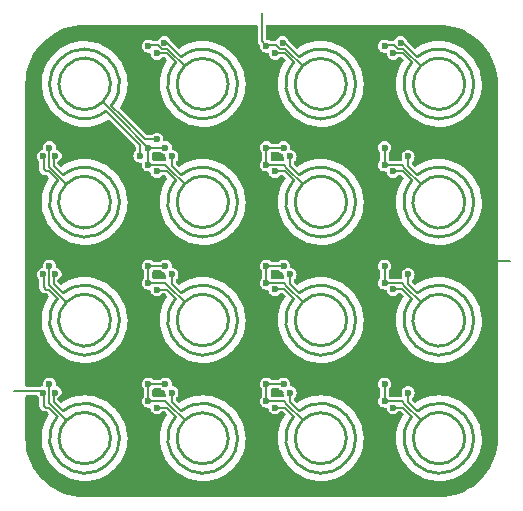
<source format=gtl>
%TF.GenerationSoftware,KiCad,Pcbnew,8.0.8*%
%TF.CreationDate,2025-02-13T16:24:07+00:00*%
%TF.ProjectId,ec30_4x4_jacplane_0.1,65633330-5f34-4783-945f-6a6163706c61,v0.1*%
%TF.SameCoordinates,PX8b3c880PY623a7c0*%
%TF.FileFunction,Copper,L1,Top*%
%TF.FilePolarity,Positive*%
%FSLAX46Y46*%
G04 Gerber Fmt 4.6, Leading zero omitted, Abs format (unit mm)*
G04 Created by KiCad (PCBNEW 8.0.8) date 2025-02-13 16:24:07*
%MOMM*%
%LPD*%
G01*
G04 APERTURE LIST*
%TA.AperFunction,SMDPad,CuDef*%
%ADD10C,0.150000*%
%TD*%
%TA.AperFunction,SMDPad,CuDef*%
%ADD11C,0.250000*%
%TD*%
%TA.AperFunction,SMDPad,CuDef*%
%ADD12C,0.200000*%
%TD*%
%TA.AperFunction,SMDPad,CuDef*%
%ADD13C,0.100000*%
%TD*%
%TA.AperFunction,ViaPad*%
%ADD14C,0.600000*%
%TD*%
%TA.AperFunction,Conductor*%
%ADD15C,0.200000*%
%TD*%
%TA.AperFunction,Conductor*%
%ADD16C,0.250000*%
%TD*%
%TA.AperFunction,Conductor*%
%ADD17C,0.150000*%
%TD*%
G04 APERTURE END LIST*
D10*
%TO.P,J11,1*%
%TO.N,JD_DATA*%
X2171570Y-2171580D03*
D11*
X3465580Y-3465580D03*
X6534420Y-6534430D03*
%TO.P,J11,2*%
%TO.N,GND*%
X1663700Y-2793390D03*
X2793390Y-1663710D03*
D12*
%TO.P,J11,3*%
%TO.N,JD_PWR*%
X1952930Y-2408600D03*
X2409850Y-1954200D03*
%TD*%
D10*
%TO.P,J1,1*%
%TO.N,JD_DATA*%
X-12171570Y12171580D03*
D11*
X-13465580Y13465580D03*
X-16534420Y16534430D03*
%TO.P,J1,2*%
%TO.N,GND*%
X-11663700Y12793390D03*
X-12793390Y11663710D03*
D12*
%TO.P,J1,3*%
%TO.N,JD_PWR*%
X-11952930Y12408600D03*
X-12409850Y11954200D03*
%TD*%
D10*
%TO.P,J10,1*%
%TO.N,JD_DATA*%
X-7828430Y-2171580D03*
D11*
X-6534420Y-3465580D03*
X-3465580Y-6534430D03*
%TO.P,J10,2*%
%TO.N,GND*%
X-8336300Y-2793390D03*
X-7206610Y-1663710D03*
D12*
%TO.P,J10,3*%
%TO.N,JD_PWR*%
X-8047070Y-2408600D03*
X-7590150Y-1954200D03*
%TD*%
D10*
%TO.P,J6,1*%
%TO.N,JD_DATA*%
X-7828430Y7828420D03*
D11*
X-6534420Y6534420D03*
X-3465580Y3465570D03*
%TO.P,J6,2*%
%TO.N,GND*%
X-8336300Y7206610D03*
X-7206610Y8336290D03*
D12*
%TO.P,J6,3*%
%TO.N,JD_PWR*%
X-8047070Y7591400D03*
X-7590150Y8045800D03*
%TD*%
D10*
%TO.P,J16,1*%
%TO.N,JD_DATA*%
X12171570Y-12171580D03*
D11*
X13465580Y-13465580D03*
X16534420Y-16534430D03*
%TO.P,J16,2*%
%TO.N,GND*%
X11663700Y-12793390D03*
X12793390Y-11663710D03*
D12*
%TO.P,J16,3*%
%TO.N,JD_PWR*%
X11952930Y-12408600D03*
X12409850Y-11954200D03*
%TD*%
D13*
%TO.P,JD_PWR1,1*%
%TO.N,N/C*%
X-21000000Y-11000000D03*
%TD*%
%TO.P,GS\u002A\u002A2,1*%
%TO.N,N/C*%
X21000000Y0D03*
%TD*%
D10*
%TO.P,J14,1*%
%TO.N,JD_DATA*%
X-7828430Y-12171580D03*
D11*
X-6534420Y-13465580D03*
X-3465580Y-16534430D03*
%TO.P,J14,2*%
%TO.N,GND*%
X-8336300Y-12793390D03*
X-7206610Y-11663710D03*
D12*
%TO.P,J14,3*%
%TO.N,JD_PWR*%
X-8047070Y-12408600D03*
X-7590150Y-11954200D03*
%TD*%
D10*
%TO.P,J2,1*%
%TO.N,JD_DATA*%
X-7828430Y17828420D03*
D11*
X-6534420Y16534420D03*
X-3465580Y13465570D03*
%TO.P,J2,2*%
%TO.N,GND*%
X-8336300Y17206610D03*
X-7206610Y18336290D03*
D12*
%TO.P,J2,3*%
%TO.N,JD_PWR*%
X-8047070Y17591400D03*
X-7590150Y18045800D03*
%TD*%
D10*
%TO.P,J8,1*%
%TO.N,JD_DATA*%
X12171570Y7828420D03*
D11*
X13465580Y6534420D03*
X16534420Y3465570D03*
%TO.P,J8,2*%
%TO.N,GND*%
X11663700Y7206610D03*
X12793390Y8336290D03*
D12*
%TO.P,J8,3*%
%TO.N,JD_PWR*%
X11952930Y7591400D03*
X12409850Y8045800D03*
%TD*%
D10*
%TO.P,J3,1*%
%TO.N,JD_DATA*%
X2171570Y17828420D03*
D11*
X3465580Y16534420D03*
X6534420Y13465570D03*
%TO.P,J3,2*%
%TO.N,GND*%
X1663700Y17206610D03*
X2793390Y18336290D03*
D12*
%TO.P,J3,3*%
%TO.N,JD_PWR*%
X1952930Y17591400D03*
X2409850Y18045800D03*
%TD*%
D10*
%TO.P,J4,1*%
%TO.N,JD_DATA*%
X12171570Y17828420D03*
D11*
X13465580Y16534420D03*
X16534420Y13465570D03*
%TO.P,J4,2*%
%TO.N,GND*%
X11663700Y17206610D03*
X12793390Y18336290D03*
D12*
%TO.P,J4,3*%
%TO.N,JD_PWR*%
X11952930Y17591400D03*
X12409850Y18045800D03*
%TD*%
D10*
%TO.P,J13,1*%
%TO.N,JD_DATA*%
X-17828430Y-12171580D03*
D11*
X-16534420Y-13465580D03*
X-13465580Y-16534430D03*
%TO.P,J13,2*%
%TO.N,GND*%
X-18336300Y-12793390D03*
X-17206610Y-11663710D03*
D12*
%TO.P,J13,3*%
%TO.N,JD_PWR*%
X-18047070Y-12408600D03*
X-17590150Y-11954200D03*
%TD*%
D10*
%TO.P,J7,1*%
%TO.N,JD_DATA*%
X2171570Y7828420D03*
D11*
X3465580Y6534420D03*
X6534420Y3465570D03*
%TO.P,J7,2*%
%TO.N,GND*%
X1663700Y7206610D03*
X2793390Y8336290D03*
D12*
%TO.P,J7,3*%
%TO.N,JD_PWR*%
X1952930Y7591400D03*
X2409850Y8045800D03*
%TD*%
D10*
%TO.P,J15,1*%
%TO.N,JD_DATA*%
X2171570Y-12171580D03*
D11*
X3465580Y-13465580D03*
X6534420Y-16534430D03*
%TO.P,J15,2*%
%TO.N,GND*%
X1663700Y-12793390D03*
X2793390Y-11663710D03*
D12*
%TO.P,J15,3*%
%TO.N,JD_PWR*%
X1952930Y-12408600D03*
X2409850Y-11954200D03*
%TD*%
D10*
%TO.P,J9,1*%
%TO.N,JD_DATA*%
X-17828430Y-2171580D03*
D11*
X-16534420Y-3465580D03*
X-13465580Y-6534430D03*
%TO.P,J9,2*%
%TO.N,GND*%
X-18336300Y-2793390D03*
X-17206610Y-1663710D03*
D12*
%TO.P,J9,3*%
%TO.N,JD_PWR*%
X-18047070Y-2408600D03*
X-17590150Y-1954200D03*
%TD*%
D10*
%TO.P,J12,1*%
%TO.N,JD_DATA*%
X12171570Y-2171580D03*
D11*
X13465580Y-3465580D03*
X16534420Y-6534430D03*
%TO.P,J12,2*%
%TO.N,GND*%
X11663700Y-2793390D03*
X12793390Y-1663710D03*
D12*
%TO.P,J12,3*%
%TO.N,JD_PWR*%
X11952930Y-2408600D03*
X12409850Y-1954200D03*
%TD*%
D10*
%TO.P,J5,1*%
%TO.N,JD_DATA*%
X-17828430Y7828420D03*
D11*
X-16534420Y6534420D03*
X-13465580Y3465570D03*
%TO.P,J5,2*%
%TO.N,GND*%
X-18336300Y7206610D03*
X-17206610Y8336290D03*
D12*
%TO.P,J5,3*%
%TO.N,JD_PWR*%
X-18047070Y7591400D03*
X-17590150Y8045800D03*
%TD*%
D13*
%TO.P,GS\u002A\u002A1,1*%
%TO.N,N/C*%
X0Y21000000D03*
%TD*%
D14*
%TO.N,JD_PWR*%
X-7600000Y-11131130D03*
X1131120Y-12399980D03*
X-8868890Y7600020D03*
X12400000Y8868870D03*
X-8868890Y-12399980D03*
X11131120Y-2399980D03*
X11131120Y7600020D03*
X1766390Y18500010D03*
X-18481360Y-11131130D03*
X-17471360Y8868870D03*
X1150000Y17592080D03*
X-8868890Y-2408600D03*
X2400000Y-11131130D03*
X-8233610Y18500010D03*
X-8868890Y10300000D03*
X12400000Y-1131130D03*
X12400000Y-11131130D03*
X1131120Y-2399980D03*
X-17471360Y-1131130D03*
X11131120Y-12399980D03*
X-17471360Y-11131130D03*
X-18481360Y-1131130D03*
X2400000Y8868870D03*
X2400000Y-1131130D03*
X-10300000Y8900000D03*
X-7600000Y8868870D03*
X-8850000Y17592080D03*
X-18481360Y8868870D03*
X-7600000Y-1131130D03*
X11766390Y18500010D03*
X1131120Y7600020D03*
X11150000Y17592080D03*
%TO.N,JD_DATA*%
X1854190Y-400000D03*
X-9600000Y-400000D03*
X-17976360Y-400000D03*
X-9600000Y-1854200D03*
X-8145810Y9600000D03*
X-8145810Y-400000D03*
X400000Y-400000D03*
X-8145810Y-10400000D03*
X400000Y8145800D03*
X10400000Y9600000D03*
X10400000Y18211290D03*
X400000Y-10400000D03*
X1854190Y9600000D03*
X-9600000Y-10400000D03*
X10400000Y-11854200D03*
X-17976360Y9600000D03*
X-17976360Y-10400000D03*
X10400000Y-400000D03*
X400000Y9600000D03*
X400000Y-11854200D03*
X-9600000Y8145800D03*
X1854190Y-10400000D03*
X10400000Y-10400000D03*
X400000Y18211290D03*
X-9600000Y9600000D03*
X-9600000Y-11854200D03*
X10400000Y-1854200D03*
X400000Y-1854200D03*
X-9600000Y18211290D03*
X10400000Y8145800D03*
%TD*%
D15*
%TO.N,JD_PWR*%
X-12409850Y11954200D02*
X-10300000Y9844350D01*
X-18481360Y-11131130D02*
X-18612490Y-11000000D01*
X-17592710Y-1546360D02*
X-17547890Y-1501550D01*
X11131790Y-2400660D02*
X11934050Y-2400660D01*
X-17547890Y-1207670D02*
X-17471360Y-1131130D01*
X-18047760Y7592080D02*
X-17279490Y6835520D01*
X-12720510Y13164480D02*
X-11952240Y12407920D01*
X11150000Y17592080D02*
X11150680Y17591400D01*
X-8194890Y18461290D02*
X-8029960Y18461290D01*
X-17592710Y-11546360D02*
X-17547890Y-11501550D01*
X-17590160Y-11954200D02*
X-16835450Y-12720590D01*
X-11952930Y12408590D02*
X-9844330Y10300000D01*
X1150680Y17591400D02*
X1952930Y17591400D01*
X12385540Y18045800D02*
X12409850Y18045800D01*
X11131790Y7599340D02*
X11934050Y7599340D01*
X12409850Y18045800D02*
X13164560Y17279410D01*
X-8850000Y17592080D02*
X-8849320Y17591400D01*
X-18481360Y8868870D02*
X-18461300Y8848810D01*
X-18461300Y-2224610D02*
X-18277310Y-2408600D01*
X12409850Y-11954200D02*
X13164560Y-12720590D01*
X-8233610Y18500010D02*
X-8194890Y18461290D01*
X-18461300Y7775390D02*
X-18461300Y8848810D01*
X-8868210Y-12400660D02*
X-8065950Y-12400660D01*
X-8868210Y7599340D02*
X-8065950Y7599340D01*
X2385530Y18045800D02*
X2409850Y18045800D01*
X1952240Y-12407920D02*
X2720510Y-13164480D01*
X12399320Y-11934060D02*
X12399320Y-11131810D01*
X-17592710Y8453640D02*
X-17547890Y8498450D01*
X-17590160Y8045800D02*
X-16835450Y7279410D01*
X-8047760Y7592080D02*
X-7279490Y6835520D01*
X11952240Y17592080D02*
X12720510Y16835520D01*
X2409850Y18045800D02*
X3164560Y17279410D01*
X-17592710Y8065940D02*
X-17592710Y8453640D01*
X-17547890Y8792340D02*
X-17471360Y8868870D01*
X2409850Y-11954200D02*
X3164560Y-12720590D01*
X-7614470Y18045800D02*
X-7590160Y18045800D01*
X-18481360Y-11131130D02*
X-18461300Y-11151190D01*
X-7590160Y-11954200D02*
X-6835440Y-12720590D01*
X-7590160Y-1954200D02*
X-6835440Y-2720590D01*
X-18461300Y-2224610D02*
X-18461300Y-1151190D01*
X-18277310Y-2408600D02*
X-18047070Y-2408600D01*
X-17592710Y-11934060D02*
X-17592710Y-11546360D01*
X-18277310Y-12408600D02*
X-18047070Y-12408600D01*
X-8047760Y-2407920D02*
X-7279490Y-3164480D01*
X-8047760Y17592080D02*
X-7279490Y16835520D01*
X1952240Y-2407920D02*
X2720510Y-3164480D01*
X-10300000Y8900000D02*
X-10300000Y9844350D01*
X-18047760Y-12407920D02*
X-17279490Y-13164480D01*
X-18461300Y7775390D02*
X-18277310Y7591400D01*
X12399320Y8065940D02*
X12399320Y8868190D01*
X-18481360Y-1131130D02*
X-18461300Y-1151190D01*
X1952240Y17592080D02*
X2720510Y16835520D01*
X1970040Y18461290D02*
X2385530Y18045800D01*
X-7600680Y-1934060D02*
X-7600680Y-1131810D01*
X2409850Y-1954200D02*
X3164560Y-2720590D01*
X-17547890Y8498450D02*
X-17547890Y8792340D01*
X1131790Y-12400660D02*
X1934050Y-12400660D01*
X2409850Y8045800D02*
X3164560Y7279410D01*
X-17547890Y-11501550D02*
X-17547890Y-11207670D01*
X12409850Y-1954200D02*
X13164560Y-2720590D01*
X-18277310Y7591400D02*
X-18047070Y7591400D01*
X-8029960Y18461290D02*
X-7614470Y18045800D01*
X-17590160Y-1954200D02*
X-16835450Y-2720590D01*
X2399320Y-11934060D02*
X2399320Y-11131810D01*
X11805110Y18461290D02*
X11970040Y18461290D01*
X11952240Y-12407920D02*
X12720510Y-13164480D01*
X-17547890Y-11207670D02*
X-17471360Y-11131130D01*
X-7600680Y8065940D02*
X-7600680Y8868190D01*
X-18612490Y-11000000D02*
X-21000000Y-11000000D01*
X-7590160Y8045800D02*
X-6835440Y7279410D01*
X11131790Y-12400660D02*
X11934050Y-12400660D01*
X1952240Y7592080D02*
X2720510Y6835520D01*
X-8868890Y-2408600D02*
X-8047070Y-2408600D01*
X-7590160Y18045800D02*
X-6835440Y17279410D01*
X-17592710Y-1934060D02*
X-17592710Y-1546360D01*
X11150680Y17591400D02*
X11952930Y17591400D01*
X11952240Y7592080D02*
X12720510Y6835520D01*
X-8047760Y-12407920D02*
X-7279490Y-13164480D01*
X-18461300Y-12224610D02*
X-18461300Y-11151190D01*
X-18047760Y-2407920D02*
X-17279490Y-3164480D01*
X-17547890Y-1501550D02*
X-17547890Y-1207670D01*
X2399320Y8065940D02*
X2399320Y8868190D01*
X-8849320Y17591400D02*
X-8047070Y17591400D01*
X-7600680Y-11934060D02*
X-7600680Y-11131810D01*
X11766390Y18500010D02*
X11805110Y18461290D01*
X1131790Y7599340D02*
X1934050Y7599340D01*
X12399320Y-1934060D02*
X12399320Y-1131810D01*
X-18461300Y-12224610D02*
X-18277310Y-12408600D01*
X1805110Y18461290D02*
X1970040Y18461290D01*
X-13164560Y12720580D02*
X-12409850Y11954200D01*
X1766390Y18500010D02*
X1805110Y18461290D01*
X1150000Y17592080D02*
X1150680Y17591400D01*
X11952240Y-2407920D02*
X12720510Y-3164480D01*
X11970040Y18461290D02*
X12385540Y18045800D01*
X12409850Y8045800D02*
X13164560Y7279410D01*
X1131790Y-2400660D02*
X1934050Y-2400660D01*
X-9844330Y10300000D02*
X-8868890Y10300000D01*
X2399320Y-1934060D02*
X2399320Y-1131810D01*
D16*
X3188063Y-2697439D02*
G75*
G02*
X2698071Y-3187260I1811937J-2302561D01*
G01*
X-16811937Y7302561D02*
G75*
G02*
X-17301929Y6812740I1811937J-2302561D01*
G01*
X13188063Y17302561D02*
G75*
G02*
X12698071Y16812740I1811937J-2302561D01*
G01*
X3188063Y7302561D02*
G75*
G02*
X2698071Y6812740I1811937J-2302561D01*
G01*
X13188063Y-2697439D02*
G75*
G02*
X12698071Y-3187260I1811937J-2302561D01*
G01*
X-16811937Y-2697439D02*
G75*
G02*
X-17301929Y-3187260I1811937J-2302561D01*
G01*
X3188063Y17302561D02*
G75*
G02*
X2698071Y16812740I1811937J-2302561D01*
G01*
X-6811937Y17302561D02*
G75*
G02*
X-7301929Y16812740I1811937J-2302561D01*
G01*
X-6811937Y7302561D02*
G75*
G02*
X-7301929Y6812740I1811937J-2302561D01*
G01*
X-6811937Y-12697439D02*
G75*
G02*
X-7301929Y-13187260I1811937J-2302561D01*
G01*
X3188063Y-12697439D02*
G75*
G02*
X2698071Y-13187260I1811937J-2302561D01*
G01*
X-16811937Y-12697439D02*
G75*
G02*
X-17301929Y-13187260I1811937J-2302561D01*
G01*
X13188063Y7302561D02*
G75*
G02*
X12698071Y6812740I1811937J-2302561D01*
G01*
X13188063Y-12697439D02*
G75*
G02*
X12698071Y-13187260I1811937J-2302561D01*
G01*
X-6811937Y-2697439D02*
G75*
G02*
X-7301929Y-3187260I1811937J-2302561D01*
G01*
X-13188063Y12697439D02*
G75*
G02*
X-12698071Y13187260I-1811937J2302561D01*
G01*
D17*
%TO.N,JD_DATA*%
X-8784060Y18336290D02*
X-8442780Y17995010D01*
X-9600000Y-11854200D02*
X-8145810Y-11854200D01*
X10400000Y8145800D02*
X11854190Y8145800D01*
X-8442780Y17995010D02*
X-7995010Y17995010D01*
X11854190Y-1854200D02*
X12171570Y-2171580D01*
X-9600000Y8145800D02*
X-8145810Y8145800D01*
X11557220Y17995010D02*
X12004990Y17995010D01*
X-17976360Y7976350D02*
X-17828430Y7828420D01*
X-7828420Y-12171580D02*
X-6534420Y-13465580D01*
X-8145810Y8145800D02*
X-7828430Y7828420D01*
X1854190Y-1854200D02*
X2171570Y-2171580D01*
X2171580Y17828420D02*
X3465580Y16534420D01*
X-7828420Y-2171580D02*
X-6534420Y-3465580D01*
D15*
X10400000Y-1854200D02*
X10400000Y-400000D01*
X400000Y9600000D02*
X1854190Y9600000D01*
D17*
X-13465580Y13465570D02*
X-12171580Y12171570D01*
X-7828420Y7828420D02*
X-6534420Y6534420D01*
X12004990Y17995010D02*
X12171570Y17828420D01*
X-17976360Y-12023650D02*
X-17976360Y-10400000D01*
X11854190Y8145800D02*
X12171570Y7828420D01*
X1854190Y-11854200D02*
X2171570Y-12171580D01*
X10525000Y18336290D02*
X11215940Y18336290D01*
X-7828420Y17828420D02*
X-6534420Y16534420D01*
X12171580Y-12171580D02*
X13465580Y-13465580D01*
X-12171570Y12171570D02*
X-9600000Y9600000D01*
X2171580Y-2171580D02*
X3465580Y-3465580D01*
X-9600000Y18211290D02*
X-9475000Y18336290D01*
D15*
X-9600000Y-1854200D02*
X-9600000Y-400000D01*
X10400000Y-11854200D02*
X10400000Y-10400000D01*
X400000Y-1854200D02*
X400000Y-400000D01*
D17*
X400000Y18211290D02*
X0Y18611290D01*
X0Y18611290D02*
X0Y21000000D01*
D15*
X400000Y-400000D02*
X1854190Y-400000D01*
X-9600000Y-11854200D02*
X-9600000Y-10400000D01*
D17*
X2171580Y-12171580D02*
X3465580Y-13465580D01*
X1854190Y8145800D02*
X2171570Y7828420D01*
D15*
X-9600000Y-10400000D02*
X-8145810Y-10400000D01*
D17*
X2004990Y17995010D02*
X2171570Y17828420D01*
X400000Y8145800D02*
X1854190Y8145800D01*
X10400000Y-11854200D02*
X11854190Y-11854200D01*
X400000Y-11854200D02*
X1854190Y-11854200D01*
X-17976360Y-2023650D02*
X-17828430Y-2171580D01*
X400000Y18211290D02*
X525000Y18336290D01*
X-7995010Y17995010D02*
X-7828430Y17828420D01*
X525000Y18336290D02*
X1215940Y18336290D01*
X12171580Y-2171580D02*
X13465580Y-3465580D01*
X12171580Y7828420D02*
X13465580Y6534420D01*
X-17828430Y-12171580D02*
X-16534420Y-13465580D01*
X-17976360Y-12023650D02*
X-17828430Y-12171580D01*
X-9600000Y-1854200D02*
X-8145810Y-1854200D01*
X-9475000Y18336290D02*
X-8784060Y18336290D01*
X1215940Y18336290D02*
X1557220Y17995010D01*
X2171580Y7828420D02*
X3465580Y6534420D01*
X11215940Y18336290D02*
X11557220Y17995010D01*
X-8145810Y-11854200D02*
X-7828430Y-12171580D01*
X-17828430Y-2171580D02*
X-16534420Y-3465580D01*
D15*
X-9600000Y8145800D02*
X-9600000Y9600000D01*
X-9600000Y-400000D02*
X-8145810Y-400000D01*
D17*
X-17828430Y7828420D02*
X-16534420Y6534420D01*
X-17976360Y-2023650D02*
X-17976360Y-400000D01*
D15*
X-9600000Y9600000D02*
X-8145810Y9600000D01*
D17*
X10400000Y-1854200D02*
X11854190Y-1854200D01*
X11854190Y-11854200D02*
X12171570Y-12171580D01*
X-17976360Y7976350D02*
X-17976360Y9600000D01*
X10400000Y18211290D02*
X10525000Y18336290D01*
D15*
X400000Y8145800D02*
X400000Y9600000D01*
D17*
X-8145810Y-1854200D02*
X-7828430Y-2171580D01*
D15*
X400000Y-11854200D02*
X400000Y-10400000D01*
D17*
X1557220Y17995010D02*
X2004990Y17995010D01*
D15*
X10400000Y8145800D02*
X10400000Y9600000D01*
D17*
X400000Y-1854200D02*
X1854190Y-1854200D01*
X12171580Y17828420D02*
X13465580Y16534420D01*
D15*
X400000Y-10400000D02*
X1854190Y-10400000D01*
D16*
X-6534422Y-3465578D02*
G75*
G02*
X-3465578Y-6534422I1534422J-1534422D01*
G01*
X13465578Y-3465578D02*
G75*
G02*
X16534422Y-6534422I1534422J-1534422D01*
G01*
X16534422Y3465578D02*
G75*
G02*
X13465578Y6534422I-1534422J1534422D01*
G01*
X-6534422Y-13465578D02*
G75*
G02*
X-3465578Y-16534422I1534422J-1534422D01*
G01*
X-3465578Y13465578D02*
G75*
G02*
X-6534422Y16534422I-1534422J1534422D01*
G01*
X-13465578Y3465578D02*
G75*
G02*
X-16534422Y6534422I-1534422J1534422D01*
G01*
X-16534422Y-13465578D02*
G75*
G02*
X-13465578Y-16534422I1534422J-1534422D01*
G01*
X-6534422Y6534422D02*
G75*
G02*
X-3465578Y3465578I1534422J-1534422D01*
G01*
X-16534422Y-3465578D02*
G75*
G02*
X-13465578Y-6534422I1534422J-1534422D01*
G01*
X13465578Y6534422D02*
G75*
G02*
X16534422Y3465578I1534422J-1534422D01*
G01*
X3465578Y6534422D02*
G75*
G02*
X6534422Y3465578I1534422J-1534422D01*
G01*
X3465578Y16534422D02*
G75*
G02*
X6534422Y13465578I1534422J-1534422D01*
G01*
X-13465578Y13465578D02*
G75*
G02*
X-16534422Y16534422I-1534422J1534422D01*
G01*
X16534422Y13465578D02*
G75*
G02*
X13465578Y16534422I-1534422J1534422D01*
G01*
X3465578Y-3465578D02*
G75*
G02*
X6534422Y-6534422I1534422J-1534422D01*
G01*
X-13465578Y-6534422D02*
G75*
G02*
X-16534422Y-3465578I-1534422J1534422D01*
G01*
X-6534422Y16534422D02*
G75*
G02*
X-3465578Y13465578I1534422J-1534422D01*
G01*
X6534422Y-16534422D02*
G75*
G02*
X3465578Y-13465578I-1534422J1534422D01*
G01*
X6534422Y-6534422D02*
G75*
G02*
X3465578Y-3465578I-1534422J1534422D01*
G01*
X-16534422Y16534422D02*
G75*
G02*
X-13465578Y13465578I1534422J-1534422D01*
G01*
X16534422Y-16534422D02*
G75*
G02*
X13465578Y-13465578I-1534422J1534422D01*
G01*
X16534422Y-6534422D02*
G75*
G02*
X13465578Y-3465578I-1534422J1534422D01*
G01*
X6534422Y3465578D02*
G75*
G02*
X3465578Y6534422I-1534422J1534422D01*
G01*
X13465578Y16534422D02*
G75*
G02*
X16534422Y13465578I1534422J-1534422D01*
G01*
X13465578Y-13465578D02*
G75*
G02*
X16534422Y-16534422I1534422J-1534422D01*
G01*
X-16534422Y6534422D02*
G75*
G02*
X-13465578Y3465578I1534422J-1534422D01*
G01*
X-3465578Y-6534422D02*
G75*
G02*
X-6534422Y-3465578I-1534422J1534422D01*
G01*
X-3465578Y3465578D02*
G75*
G02*
X-6534422Y6534422I-1534422J1534422D01*
G01*
X6534422Y13465578D02*
G75*
G02*
X3465578Y16534422I-1534422J1534422D01*
G01*
X3465578Y-13465578D02*
G75*
G02*
X6534422Y-16534422I1534422J-1534422D01*
G01*
X-13465578Y-16534422D02*
G75*
G02*
X-16534422Y-13465578I-1534422J1534422D01*
G01*
X-3465578Y-16534422D02*
G75*
G02*
X-6534422Y-13465578I-1534422J1534422D01*
G01*
%TO.N,GND*%
X1663400Y-2793090D02*
X1848790Y-2981400D01*
X1663400Y-12793090D02*
X1848790Y-12981400D01*
X1663400Y7206910D02*
X1848790Y7018610D01*
X-11848800Y12981390D02*
X-11663400Y12793080D01*
X-11664410Y12792680D02*
X-11642280Y12814810D01*
X2793390Y-1663710D02*
X3557090Y-900010D01*
X12793390Y-11663710D02*
X13557090Y-10900010D01*
X-17206610Y-1663710D02*
X-16442910Y-900010D01*
X12792690Y-1663020D02*
X12975770Y-1843270D01*
X2792690Y-1663020D02*
X2975770Y-1843270D01*
D15*
X21000000Y0D02*
X20000000Y0D01*
D16*
X-9100000Y-3557100D02*
X-8336300Y-2793390D01*
X2793390Y8336290D02*
X3557090Y9100000D01*
X-8336600Y-2793090D02*
X-8151210Y-2981400D01*
X-7206610Y-1663710D02*
X-6442910Y-900010D01*
X-8336600Y17206910D02*
X-8151210Y17018610D01*
X2792690Y18336980D02*
X2975770Y18156730D01*
X11663400Y17206910D02*
X11848800Y17018610D01*
X-11642280Y12814810D02*
X-11285310Y12814810D01*
X-18336600Y-12793090D02*
X-18151210Y-12981400D01*
X-12792690Y11240320D02*
X-12791070Y11238710D01*
X-7207310Y-1663020D02*
X-7024230Y-1843270D01*
X12792690Y18335590D02*
X12792690Y18700000D01*
X-8336600Y-12793090D02*
X-8151210Y-12981400D01*
X-9100000Y6442900D02*
X-8336300Y7206610D01*
X11663400Y-12793090D02*
X11848800Y-12981400D01*
X900000Y-3557100D02*
X1663700Y-2793390D01*
X2792690Y8336980D02*
X2975770Y8156730D01*
X-7207310Y18335590D02*
X-7207310Y18700000D01*
X10900000Y-13557100D02*
X11663710Y-12793390D01*
X-17207310Y-11663020D02*
X-17024230Y-11843270D01*
X12792690Y-11663020D02*
X12975770Y-11843270D01*
X11663400Y7206910D02*
X11848800Y7018610D01*
X12793390Y-1663710D02*
X13557090Y-900010D01*
X-12792690Y11240320D02*
X-12792690Y11663010D01*
X-12975770Y11843260D02*
X-12792690Y11663010D01*
X10900000Y16442900D02*
X11663710Y17206610D01*
X-7206610Y8336290D02*
X-6442910Y9100000D01*
X10900000Y6442900D02*
X11663710Y7206610D01*
X2792690Y-11663020D02*
X2975770Y-11843270D01*
X900000Y-13557100D02*
X1663700Y-12793390D01*
X-9100000Y16442900D02*
X-8336300Y17206610D01*
X2793390Y-11663710D02*
X3557090Y-10900010D01*
X-7207310Y-11663020D02*
X-7024230Y-11843270D01*
X-18700000Y7207310D02*
X-18335590Y7207310D01*
X-17207310Y-1663020D02*
X-17024230Y-1843270D01*
X-8336600Y7206910D02*
X-8151210Y7018610D01*
X-17207310Y8336980D02*
X-17024230Y8156730D01*
X-17206610Y8336290D02*
X-16442910Y9100000D01*
X-17206610Y-11663710D02*
X-16442910Y-10900010D01*
X1663400Y17206910D02*
X1848790Y17018610D01*
X12793390Y8336290D02*
X13557090Y9100000D01*
X-18336600Y-2793090D02*
X-18151210Y-2981400D01*
X900000Y6442900D02*
X1663700Y7206610D01*
X11663400Y-2793090D02*
X11848800Y-2981400D01*
X-18700000Y-12792690D02*
X-18335590Y-12792690D01*
X-9100000Y-13557100D02*
X-8336300Y-12793390D01*
X2792690Y18335590D02*
X2792690Y18700000D01*
X900000Y16442900D02*
X1663700Y17206610D01*
X12792690Y8336980D02*
X12975770Y8156730D01*
X-18700000Y-2792690D02*
X-18335590Y-2792690D01*
X-7207310Y18336980D02*
X-7024230Y18156730D01*
X-18336600Y7206910D02*
X-18151210Y7018610D01*
X-7207310Y8336980D02*
X-7024230Y8156730D01*
X10900000Y-3557100D02*
X11663710Y-2793390D01*
X-7206610Y-11663710D02*
X-6442910Y-10900010D01*
X12792690Y18336980D02*
X12975770Y18156730D01*
X-7024230Y8156738D02*
G75*
G02*
X-8157681Y7022758I2024230J-3156738D01*
G01*
X2975770Y8156738D02*
G75*
G02*
X1842319Y7022758I2024230J-3156738D01*
G01*
X12975770Y18156738D02*
G75*
G02*
X11842319Y17022758I2024230J-3156738D01*
G01*
X-17024230Y8156738D02*
G75*
G02*
X-18157681Y7022758I2024230J-3156738D01*
G01*
X2975770Y-1843262D02*
G75*
G02*
X1842319Y-2977242I2024230J-3156738D01*
G01*
X2975770Y18156738D02*
G75*
G02*
X1842319Y17022758I2024230J-3156738D01*
G01*
X-17024230Y-11843262D02*
G75*
G02*
X-18157681Y-12977242I2024230J-3156738D01*
G01*
X12975770Y-1843262D02*
G75*
G02*
X11842319Y-2977242I2024230J-3156738D01*
G01*
X2975770Y-11843262D02*
G75*
G02*
X1842319Y-12977242I2024230J-3156738D01*
G01*
X12975770Y-11843262D02*
G75*
G02*
X11842319Y-12977242I2024230J-3156738D01*
G01*
X12975770Y8156738D02*
G75*
G02*
X11842319Y7022758I2024230J-3156738D01*
G01*
X-7024230Y-11843262D02*
G75*
G02*
X-8157681Y-12977242I2024230J-3156738D01*
G01*
X-12975770Y11843262D02*
G75*
G02*
X-11842319Y12977242I-2024230J3156738D01*
G01*
X-7024230Y-1843262D02*
G75*
G02*
X-8157681Y-2977242I2024230J-3156738D01*
G01*
X-7024230Y18156738D02*
G75*
G02*
X-8157681Y17022758I2024230J-3156738D01*
G01*
X-17024230Y-1843262D02*
G75*
G02*
X-18157681Y-2977242I2024230J-3156738D01*
G01*
%TD*%
%TA.AperFunction,Conductor*%
%TO.N,GND*%
G36*
X-382461Y19980315D02*
G01*
X-336706Y19927511D01*
X-325500Y19876000D01*
X-325500Y18568438D01*
X-303318Y18485650D01*
X-281892Y18448540D01*
X-260465Y18411428D01*
X-260463Y18411426D01*
X-187447Y18338410D01*
X-153962Y18277087D01*
X-152189Y18234545D01*
X-154377Y18217924D01*
X-155250Y18211290D01*
X-136943Y18072234D01*
X-136330Y18067582D01*
X-136329Y18067578D01*
X-80863Y17933668D01*
X-80862Y17933666D01*
X-80861Y17933665D01*
X7379Y17818669D01*
X122375Y17730429D01*
X256291Y17674960D01*
X383280Y17658242D01*
X399999Y17656040D01*
X400000Y17656040D01*
X460216Y17663968D01*
X529250Y17653203D01*
X581506Y17606823D01*
X599340Y17557215D01*
X613670Y17448373D01*
X613671Y17448368D01*
X669137Y17314458D01*
X669138Y17314456D01*
X669139Y17314455D01*
X757379Y17199459D01*
X872375Y17111219D01*
X872376Y17111219D01*
X872377Y17111218D01*
X879922Y17108093D01*
X1006291Y17055750D01*
X1133280Y17039032D01*
X1149999Y17036830D01*
X1150000Y17036830D01*
X1150001Y17036830D01*
X1164977Y17038802D01*
X1293709Y17055750D01*
X1427625Y17111219D01*
X1542621Y17199459D01*
X1542625Y17199464D01*
X1547743Y17204581D01*
X1609066Y17238066D01*
X1635424Y17240900D01*
X1757195Y17240900D01*
X1824234Y17221215D01*
X1844487Y17204969D01*
X1926880Y17123303D01*
X1960636Y17062129D01*
X1955961Y16992416D01*
X1943584Y16967699D01*
X1847666Y16819998D01*
X1674696Y16480525D01*
X1538155Y16124827D01*
X1439543Y15756801D01*
X1439542Y15756794D01*
X1379940Y15380486D01*
X1360000Y15000001D01*
X1360000Y15000000D01*
X1379940Y14619515D01*
X1439542Y14243207D01*
X1439543Y14243200D01*
X1538155Y13875174D01*
X1674696Y13519476D01*
X1847670Y13179996D01*
X2055176Y12860464D01*
X2252194Y12617168D01*
X2294953Y12564365D01*
X2564365Y12294953D01*
X2564369Y12294950D01*
X2860463Y12055177D01*
X3179995Y11847671D01*
X3180000Y11847668D01*
X3519479Y11674695D01*
X3875178Y11538154D01*
X4243201Y11439543D01*
X4619516Y11379940D01*
X4978956Y11361103D01*
X4999999Y11360000D01*
X5000000Y11360000D01*
X5000001Y11360000D01*
X5019941Y11361046D01*
X5380484Y11379940D01*
X5756799Y11439543D01*
X6124822Y11538154D01*
X6480521Y11674695D01*
X6820000Y11847668D01*
X7139538Y12055178D01*
X7435635Y12294953D01*
X7705047Y12564365D01*
X7944822Y12860462D01*
X8152332Y13180000D01*
X8325305Y13519479D01*
X8461846Y13875178D01*
X8560457Y14243201D01*
X8620060Y14619516D01*
X8640000Y15000000D01*
X8620060Y15380484D01*
X8560457Y15756799D01*
X8461846Y16124822D01*
X8325305Y16480521D01*
X8152332Y16820000D01*
X8152329Y16820005D01*
X7944823Y17139537D01*
X7705050Y17435631D01*
X7705047Y17435635D01*
X7435635Y17705047D01*
X7295323Y17818670D01*
X7139536Y17944824D01*
X6820004Y18152330D01*
X6704289Y18211290D01*
X9844750Y18211290D01*
X9863057Y18072234D01*
X9863670Y18067582D01*
X9863671Y18067578D01*
X9919137Y17933668D01*
X9919138Y17933666D01*
X9919139Y17933665D01*
X10007379Y17818669D01*
X10122375Y17730429D01*
X10256291Y17674960D01*
X10383280Y17658242D01*
X10399999Y17656040D01*
X10400000Y17656040D01*
X10460216Y17663968D01*
X10529250Y17653203D01*
X10581506Y17606823D01*
X10599340Y17557215D01*
X10613670Y17448373D01*
X10613671Y17448368D01*
X10669137Y17314458D01*
X10669138Y17314456D01*
X10669139Y17314455D01*
X10757379Y17199459D01*
X10872375Y17111219D01*
X10872376Y17111219D01*
X10872377Y17111218D01*
X10879922Y17108093D01*
X11006291Y17055750D01*
X11133280Y17039032D01*
X11149999Y17036830D01*
X11150000Y17036830D01*
X11150001Y17036830D01*
X11164977Y17038802D01*
X11293709Y17055750D01*
X11427625Y17111219D01*
X11542621Y17199459D01*
X11542625Y17199464D01*
X11547743Y17204581D01*
X11609066Y17238066D01*
X11635424Y17240900D01*
X11757195Y17240900D01*
X11824234Y17221215D01*
X11844487Y17204969D01*
X11926880Y17123303D01*
X11960636Y17062129D01*
X11955961Y16992416D01*
X11943584Y16967699D01*
X11847666Y16819998D01*
X11674696Y16480525D01*
X11538155Y16124827D01*
X11439543Y15756801D01*
X11439542Y15756794D01*
X11379940Y15380486D01*
X11360000Y15000001D01*
X11360000Y15000000D01*
X11379940Y14619515D01*
X11439542Y14243207D01*
X11439543Y14243200D01*
X11538155Y13875174D01*
X11674696Y13519476D01*
X11847670Y13179996D01*
X12055176Y12860464D01*
X12252194Y12617168D01*
X12294953Y12564365D01*
X12564365Y12294953D01*
X12564369Y12294950D01*
X12860463Y12055177D01*
X13179995Y11847671D01*
X13180000Y11847668D01*
X13519479Y11674695D01*
X13875178Y11538154D01*
X14243201Y11439543D01*
X14619516Y11379940D01*
X14978956Y11361103D01*
X14999999Y11360000D01*
X15000000Y11360000D01*
X15000001Y11360000D01*
X15019941Y11361046D01*
X15380484Y11379940D01*
X15756799Y11439543D01*
X16124822Y11538154D01*
X16480521Y11674695D01*
X16820000Y11847668D01*
X17139538Y12055178D01*
X17435635Y12294953D01*
X17705047Y12564365D01*
X17944822Y12860462D01*
X18152332Y13180000D01*
X18325305Y13519479D01*
X18461846Y13875178D01*
X18560457Y14243201D01*
X18620060Y14619516D01*
X18640000Y15000000D01*
X18620060Y15380484D01*
X18560457Y15756799D01*
X18461846Y16124822D01*
X18325305Y16480521D01*
X18152332Y16820000D01*
X18152329Y16820005D01*
X17944823Y17139537D01*
X17705050Y17435631D01*
X17705047Y17435635D01*
X17435635Y17705047D01*
X17295323Y17818670D01*
X17139536Y17944824D01*
X16820004Y18152330D01*
X16480524Y18325304D01*
X16124826Y18461845D01*
X15756800Y18560457D01*
X15756793Y18560458D01*
X15380485Y18620060D01*
X15000001Y18640000D01*
X14999999Y18640000D01*
X14619514Y18620060D01*
X14243206Y18560458D01*
X14243199Y18560457D01*
X13875173Y18461845D01*
X13519475Y18325304D01*
X13179995Y18152330D01*
X13032132Y18056307D01*
X12965187Y18036303D01*
X12898054Y18055669D01*
X12877305Y18072234D01*
X12812393Y18136574D01*
X12811334Y18137636D01*
X12705102Y18245511D01*
X12701108Y18250225D01*
X12658960Y18292372D01*
X12658287Y18293050D01*
X12624185Y18327681D01*
X12619597Y18331735D01*
X12618437Y18332895D01*
X12598734Y18342935D01*
X12586363Y18349238D01*
X12554980Y18372040D01*
X12333324Y18593691D01*
X12308210Y18637196D01*
X12305830Y18636210D01*
X12247252Y18777633D01*
X12247251Y18777634D01*
X12247251Y18777635D01*
X12159011Y18892631D01*
X12044015Y18980871D01*
X12044014Y18980872D01*
X12044012Y18980873D01*
X11910102Y19036339D01*
X11910100Y19036340D01*
X11910099Y19036340D01*
X11838244Y19045800D01*
X11766391Y19055260D01*
X11766389Y19055260D01*
X11622681Y19036340D01*
X11622677Y19036339D01*
X11488767Y18980873D01*
X11373769Y18892631D01*
X11285528Y18777634D01*
X11280933Y18766540D01*
X11269251Y18738338D01*
X11225412Y18683935D01*
X11159118Y18661869D01*
X11154691Y18661790D01*
X10759285Y18661790D01*
X10692246Y18681475D01*
X10683801Y18687413D01*
X10677629Y18692149D01*
X10677623Y18692152D01*
X10543712Y18747619D01*
X10543710Y18747620D01*
X10543709Y18747620D01*
X10433307Y18762155D01*
X10400001Y18766540D01*
X10399999Y18766540D01*
X10256291Y18747620D01*
X10256287Y18747619D01*
X10122377Y18692153D01*
X10007379Y18603911D01*
X9919137Y18488913D01*
X9863671Y18355003D01*
X9863670Y18354999D01*
X9845625Y18217933D01*
X9844750Y18211290D01*
X6704289Y18211290D01*
X6480524Y18325304D01*
X6124826Y18461845D01*
X5756800Y18560457D01*
X5756793Y18560458D01*
X5380485Y18620060D01*
X5000001Y18640000D01*
X4999999Y18640000D01*
X4619514Y18620060D01*
X4243206Y18560458D01*
X4243199Y18560457D01*
X3875173Y18461845D01*
X3519475Y18325304D01*
X3179995Y18152330D01*
X3032132Y18056307D01*
X2965187Y18036303D01*
X2898054Y18055669D01*
X2877305Y18072234D01*
X2812393Y18136574D01*
X2811334Y18137636D01*
X2705102Y18245511D01*
X2701108Y18250225D01*
X2658960Y18292372D01*
X2658287Y18293050D01*
X2624185Y18327681D01*
X2619597Y18331735D01*
X2618437Y18332895D01*
X2594284Y18345202D01*
X2586347Y18349246D01*
X2554963Y18372049D01*
X2333325Y18593687D01*
X2308212Y18637197D01*
X2305831Y18636210D01*
X2253663Y18762155D01*
X2247251Y18777635D01*
X2159011Y18892631D01*
X2044015Y18980871D01*
X2044014Y18980872D01*
X2044012Y18980873D01*
X1910102Y19036339D01*
X1910100Y19036340D01*
X1910099Y19036340D01*
X1838244Y19045800D01*
X1766391Y19055260D01*
X1766389Y19055260D01*
X1622681Y19036340D01*
X1622677Y19036339D01*
X1488767Y18980873D01*
X1373769Y18892631D01*
X1285528Y18777634D01*
X1280933Y18766540D01*
X1269251Y18738338D01*
X1225412Y18683935D01*
X1159118Y18661869D01*
X1154691Y18661790D01*
X759285Y18661790D01*
X692246Y18681475D01*
X683801Y18687413D01*
X677629Y18692149D01*
X677623Y18692152D01*
X543712Y18747619D01*
X543710Y18747620D01*
X543709Y18747620D01*
X528452Y18749629D01*
X433313Y18762155D01*
X369417Y18790422D01*
X330947Y18848747D01*
X325500Y18885094D01*
X325500Y19876000D01*
X345185Y19943039D01*
X397989Y19988794D01*
X449500Y20000000D01*
X14997294Y20000000D01*
X15002702Y19999883D01*
X15430392Y19981209D01*
X15441129Y19980269D01*
X15862874Y19924746D01*
X15873512Y19922871D01*
X16288818Y19830799D01*
X16299258Y19828001D01*
X16704945Y19700089D01*
X16715092Y19696396D01*
X17108098Y19533607D01*
X17117890Y19529041D01*
X17495215Y19332618D01*
X17504555Y19327225D01*
X17840787Y19113022D01*
X17863311Y19098672D01*
X17872172Y19092468D01*
X18209645Y18833516D01*
X18217932Y18826562D01*
X18531542Y18539192D01*
X18539191Y18531543D01*
X18826561Y18217933D01*
X18833515Y18209646D01*
X19092467Y17872173D01*
X19098671Y17863312D01*
X19327216Y17504570D01*
X19332621Y17495208D01*
X19426714Y17314458D01*
X19529037Y17117897D01*
X19533609Y17108093D01*
X19696391Y16715103D01*
X19700091Y16704937D01*
X19827999Y16299263D01*
X19830799Y16288815D01*
X19922868Y15873521D01*
X19924746Y15862867D01*
X19980266Y15441149D01*
X19981209Y15430373D01*
X19999882Y15002703D01*
X20000000Y14997294D01*
X20000000Y-14997293D01*
X19999882Y-15002702D01*
X19981209Y-15430372D01*
X19980266Y-15441148D01*
X19924746Y-15862866D01*
X19922868Y-15873520D01*
X19830799Y-16288814D01*
X19827999Y-16299262D01*
X19700091Y-16704936D01*
X19696391Y-16715102D01*
X19533609Y-17108092D01*
X19529037Y-17117896D01*
X19332625Y-17495201D01*
X19327216Y-17504569D01*
X19098671Y-17863311D01*
X19092467Y-17872172D01*
X18833515Y-18209645D01*
X18826561Y-18217932D01*
X18539191Y-18531542D01*
X18531542Y-18539191D01*
X18217932Y-18826561D01*
X18209645Y-18833515D01*
X17872172Y-19092467D01*
X17863311Y-19098671D01*
X17504569Y-19327216D01*
X17495201Y-19332625D01*
X17117896Y-19529037D01*
X17108092Y-19533609D01*
X16715102Y-19696391D01*
X16704936Y-19700091D01*
X16299262Y-19827999D01*
X16288814Y-19830799D01*
X15873520Y-19922868D01*
X15862866Y-19924746D01*
X15441148Y-19980266D01*
X15430372Y-19981209D01*
X15002703Y-19999882D01*
X14997294Y-20000000D01*
X-14997294Y-20000000D01*
X-15002703Y-19999882D01*
X-15430373Y-19981209D01*
X-15441149Y-19980266D01*
X-15862867Y-19924746D01*
X-15873521Y-19922868D01*
X-16288815Y-19830799D01*
X-16299263Y-19827999D01*
X-16704937Y-19700091D01*
X-16715103Y-19696391D01*
X-17108093Y-19533609D01*
X-17117897Y-19529037D01*
X-17241334Y-19464780D01*
X-17495208Y-19332621D01*
X-17504564Y-19327220D01*
X-17683941Y-19212943D01*
X-17863312Y-19098671D01*
X-17872173Y-19092467D01*
X-18209646Y-18833515D01*
X-18217933Y-18826561D01*
X-18531543Y-18539191D01*
X-18539192Y-18531542D01*
X-18826562Y-18217932D01*
X-18833516Y-18209645D01*
X-19092468Y-17872172D01*
X-19098672Y-17863311D01*
X-19199500Y-17705043D01*
X-19327225Y-17504555D01*
X-19332618Y-17495215D01*
X-19529041Y-17117890D01*
X-19533610Y-17108092D01*
X-19696392Y-16715102D01*
X-19700092Y-16704936D01*
X-19770849Y-16480524D01*
X-19828001Y-16299258D01*
X-19830800Y-16288814D01*
X-19922869Y-15873520D01*
X-19924747Y-15862866D01*
X-19980269Y-15441129D01*
X-19981209Y-15430392D01*
X-19999882Y-15002702D01*
X-20000000Y-14997293D01*
X-20000000Y-11474500D01*
X-19980315Y-11407461D01*
X-19927511Y-11361706D01*
X-19876000Y-11350500D01*
X-19067446Y-11350500D01*
X-19000407Y-11370185D01*
X-18968674Y-11403463D01*
X-18967168Y-11402308D01*
X-18873985Y-11523747D01*
X-18873983Y-11523748D01*
X-18873981Y-11523751D01*
X-18860314Y-11534238D01*
X-18819112Y-11590662D01*
X-18811800Y-11632613D01*
X-18811800Y-12270753D01*
X-18794570Y-12335060D01*
X-18787916Y-12359893D01*
X-18787913Y-12359900D01*
X-18741773Y-12439818D01*
X-18741771Y-12439821D01*
X-18741770Y-12439822D01*
X-18492522Y-12689070D01*
X-18415361Y-12733619D01*
X-18412598Y-12735214D01*
X-18323454Y-12759100D01*
X-18242805Y-12759100D01*
X-18175766Y-12778785D01*
X-18155513Y-12795031D01*
X-18073120Y-12876697D01*
X-18039364Y-12937871D01*
X-18044039Y-13007584D01*
X-18056416Y-13032301D01*
X-18152334Y-13180002D01*
X-18325304Y-13519475D01*
X-18461845Y-13875173D01*
X-18560457Y-14243199D01*
X-18560458Y-14243206D01*
X-18620060Y-14619514D01*
X-18640000Y-14999999D01*
X-18640000Y-15000000D01*
X-18620060Y-15380485D01*
X-18560458Y-15756793D01*
X-18560457Y-15756800D01*
X-18461845Y-16124826D01*
X-18325304Y-16480524D01*
X-18152330Y-16820004D01*
X-17944824Y-17139536D01*
X-17944822Y-17139538D01*
X-17705047Y-17435635D01*
X-17435635Y-17705047D01*
X-17435631Y-17705050D01*
X-17139537Y-17944823D01*
X-16820005Y-18152329D01*
X-16820000Y-18152332D01*
X-16480521Y-18325305D01*
X-16124822Y-18461846D01*
X-15756799Y-18560457D01*
X-15380484Y-18620060D01*
X-15021044Y-18638897D01*
X-15000001Y-18640000D01*
X-15000000Y-18640000D01*
X-14999999Y-18640000D01*
X-14980059Y-18638954D01*
X-14619516Y-18620060D01*
X-14243201Y-18560457D01*
X-13875178Y-18461846D01*
X-13519479Y-18325305D01*
X-13180000Y-18152332D01*
X-12860462Y-17944822D01*
X-12564365Y-17705047D01*
X-12294953Y-17435635D01*
X-12055178Y-17139538D01*
X-11847668Y-16820000D01*
X-11674695Y-16480521D01*
X-11538154Y-16124822D01*
X-11439543Y-15756799D01*
X-11379940Y-15380484D01*
X-11360000Y-15000000D01*
X-11379940Y-14619516D01*
X-11439543Y-14243201D01*
X-11538154Y-13875178D01*
X-11674695Y-13519479D01*
X-11847668Y-13180000D01*
X-11847671Y-13179995D01*
X-12055177Y-12860463D01*
X-12294950Y-12564369D01*
X-12294953Y-12564365D01*
X-12564365Y-12294953D01*
X-12765811Y-12131825D01*
X-12860464Y-12055176D01*
X-13179996Y-11847670D01*
X-13519476Y-11674696D01*
X-13875174Y-11538155D01*
X-14243200Y-11439543D01*
X-14243207Y-11439542D01*
X-14619515Y-11379940D01*
X-14999999Y-11360000D01*
X-15000001Y-11360000D01*
X-15380486Y-11379940D01*
X-15756794Y-11439542D01*
X-15756801Y-11439543D01*
X-16124827Y-11538155D01*
X-16480525Y-11674696D01*
X-16820005Y-11847670D01*
X-16967869Y-11943694D01*
X-17034814Y-11963698D01*
X-17101946Y-11944332D01*
X-17122689Y-11927774D01*
X-17188186Y-11862854D01*
X-17188987Y-11862050D01*
X-17206567Y-11844198D01*
X-17239576Y-11782619D01*
X-17242210Y-11757197D01*
X-17242210Y-11710337D01*
X-17222525Y-11643298D01*
X-17193700Y-11611963D01*
X-17078739Y-11523751D01*
X-16990499Y-11408755D01*
X-16935030Y-11274839D01*
X-16916110Y-11131130D01*
X-16935030Y-10987421D01*
X-16977001Y-10886092D01*
X-16990498Y-10853507D01*
X-16990499Y-10853506D01*
X-16990499Y-10853505D01*
X-17078739Y-10738509D01*
X-17193735Y-10650269D01*
X-17193736Y-10650268D01*
X-17193738Y-10650267D01*
X-17327652Y-10594799D01*
X-17335502Y-10592696D01*
X-17334740Y-10589851D01*
X-17385723Y-10567273D01*
X-17424170Y-10508933D01*
X-17428542Y-10456447D01*
X-17421110Y-10400000D01*
X-17421110Y-10399999D01*
X-10155250Y-10399999D01*
X-10155250Y-10400000D01*
X-10136330Y-10543708D01*
X-10136329Y-10543712D01*
X-10080862Y-10677623D01*
X-10080861Y-10677625D01*
X-9992620Y-10792623D01*
X-9986874Y-10798369D01*
X-9989426Y-10800920D01*
X-9957909Y-10843873D01*
X-9950500Y-10886092D01*
X-9950500Y-11368108D01*
X-9970185Y-11435147D01*
X-9988087Y-11454612D01*
X-9986871Y-11455828D01*
X-9992616Y-11461572D01*
X-10080863Y-11576577D01*
X-10136329Y-11710487D01*
X-10136330Y-11710491D01*
X-10155250Y-11854199D01*
X-10155250Y-11854200D01*
X-10136330Y-11997908D01*
X-10136329Y-11997912D01*
X-10080863Y-12131822D01*
X-10080862Y-12131824D01*
X-10080861Y-12131825D01*
X-9992621Y-12246821D01*
X-9877625Y-12335061D01*
X-9743709Y-12390530D01*
X-9600000Y-12409450D01*
X-9548849Y-12402715D01*
X-9479817Y-12413479D01*
X-9427561Y-12459858D01*
X-9409726Y-12509466D01*
X-9405220Y-12543688D01*
X-9405219Y-12543692D01*
X-9349753Y-12677602D01*
X-9349752Y-12677604D01*
X-9349751Y-12677605D01*
X-9261511Y-12792601D01*
X-9146515Y-12880841D01*
X-9012599Y-12936310D01*
X-8885610Y-12953028D01*
X-8868891Y-12955230D01*
X-8868890Y-12955230D01*
X-8868889Y-12955230D01*
X-8853913Y-12953258D01*
X-8725181Y-12936310D01*
X-8591265Y-12880841D01*
X-8476269Y-12792601D01*
X-8476265Y-12792596D01*
X-8471147Y-12787479D01*
X-8409824Y-12753994D01*
X-8383466Y-12751160D01*
X-8250816Y-12751160D01*
X-8183777Y-12770845D01*
X-8163524Y-12787091D01*
X-8073120Y-12876697D01*
X-8039364Y-12937871D01*
X-8044039Y-13007584D01*
X-8056416Y-13032301D01*
X-8152334Y-13180002D01*
X-8325304Y-13519475D01*
X-8461845Y-13875173D01*
X-8560457Y-14243199D01*
X-8560458Y-14243206D01*
X-8620060Y-14619514D01*
X-8640000Y-14999999D01*
X-8640000Y-15000000D01*
X-8620060Y-15380485D01*
X-8560458Y-15756793D01*
X-8560457Y-15756800D01*
X-8461845Y-16124826D01*
X-8325304Y-16480524D01*
X-8152330Y-16820004D01*
X-7944824Y-17139536D01*
X-7944822Y-17139538D01*
X-7705047Y-17435635D01*
X-7435635Y-17705047D01*
X-7435631Y-17705050D01*
X-7139537Y-17944823D01*
X-6820005Y-18152329D01*
X-6820000Y-18152332D01*
X-6480521Y-18325305D01*
X-6124822Y-18461846D01*
X-5756799Y-18560457D01*
X-5380484Y-18620060D01*
X-5021044Y-18638897D01*
X-5000001Y-18640000D01*
X-5000000Y-18640000D01*
X-4999999Y-18640000D01*
X-4980059Y-18638954D01*
X-4619516Y-18620060D01*
X-4243201Y-18560457D01*
X-3875178Y-18461846D01*
X-3519479Y-18325305D01*
X-3180000Y-18152332D01*
X-2860462Y-17944822D01*
X-2564365Y-17705047D01*
X-2294953Y-17435635D01*
X-2055178Y-17139538D01*
X-1847668Y-16820000D01*
X-1674695Y-16480521D01*
X-1538154Y-16124822D01*
X-1439543Y-15756799D01*
X-1379940Y-15380484D01*
X-1360000Y-15000000D01*
X-1379940Y-14619516D01*
X-1439543Y-14243201D01*
X-1538154Y-13875178D01*
X-1674695Y-13519479D01*
X-1847668Y-13180000D01*
X-1847671Y-13179995D01*
X-2055177Y-12860463D01*
X-2294950Y-12564369D01*
X-2294953Y-12564365D01*
X-2564365Y-12294953D01*
X-2765811Y-12131825D01*
X-2860464Y-12055176D01*
X-3179996Y-11847670D01*
X-3519476Y-11674696D01*
X-3875174Y-11538155D01*
X-4243200Y-11439543D01*
X-4243207Y-11439542D01*
X-4619515Y-11379940D01*
X-4999999Y-11360000D01*
X-5000001Y-11360000D01*
X-5380486Y-11379940D01*
X-5756794Y-11439542D01*
X-5756801Y-11439543D01*
X-6124827Y-11538155D01*
X-6480525Y-11674696D01*
X-6820005Y-11847670D01*
X-6967869Y-11943694D01*
X-7034814Y-11963698D01*
X-7101946Y-11944332D01*
X-7122689Y-11927774D01*
X-7188071Y-11862967D01*
X-7188908Y-11862127D01*
X-7214533Y-11836106D01*
X-7247545Y-11774528D01*
X-7250180Y-11749102D01*
X-7250180Y-11617743D01*
X-7230495Y-11550704D01*
X-7212004Y-11530621D01*
X-7213126Y-11529499D01*
X-7207381Y-11523753D01*
X-7207379Y-11523751D01*
X-7119139Y-11408755D01*
X-7063670Y-11274839D01*
X-7044750Y-11131130D01*
X-7063670Y-10987421D01*
X-7105641Y-10886092D01*
X-7119138Y-10853507D01*
X-7119139Y-10853506D01*
X-7119139Y-10853505D01*
X-7207379Y-10738509D01*
X-7322375Y-10650269D01*
X-7322376Y-10650268D01*
X-7322378Y-10650267D01*
X-7456288Y-10594801D01*
X-7456290Y-10594800D01*
X-7456291Y-10594800D01*
X-7472272Y-10592696D01*
X-7490545Y-10590290D01*
X-7554442Y-10562022D01*
X-7592912Y-10503697D01*
X-7597297Y-10451168D01*
X-7590560Y-10400000D01*
X-7590560Y-10399999D01*
X-155250Y-10399999D01*
X-155250Y-10400000D01*
X-136330Y-10543708D01*
X-136329Y-10543712D01*
X-80862Y-10677623D01*
X-80861Y-10677625D01*
X7380Y-10792623D01*
X13126Y-10798369D01*
X10574Y-10800920D01*
X42091Y-10843873D01*
X49500Y-10886092D01*
X49500Y-11368108D01*
X29815Y-11435147D01*
X11913Y-11454612D01*
X13129Y-11455828D01*
X7384Y-11461572D01*
X-80863Y-11576577D01*
X-136329Y-11710487D01*
X-136330Y-11710491D01*
X-155250Y-11854199D01*
X-155250Y-11854200D01*
X-136330Y-11997908D01*
X-136329Y-11997912D01*
X-80863Y-12131822D01*
X-80862Y-12131824D01*
X-80861Y-12131825D01*
X7379Y-12246821D01*
X122375Y-12335061D01*
X256291Y-12390530D01*
X400000Y-12409450D01*
X451160Y-12402714D01*
X520193Y-12413479D01*
X572450Y-12459858D01*
X590284Y-12509465D01*
X594790Y-12543689D01*
X594791Y-12543692D01*
X650257Y-12677602D01*
X650258Y-12677604D01*
X650259Y-12677605D01*
X738499Y-12792601D01*
X853495Y-12880841D01*
X987411Y-12936310D01*
X1114400Y-12953028D01*
X1131119Y-12955230D01*
X1131120Y-12955230D01*
X1131121Y-12955230D01*
X1146097Y-12953258D01*
X1274829Y-12936310D01*
X1408745Y-12880841D01*
X1523741Y-12792601D01*
X1523745Y-12792596D01*
X1528863Y-12787479D01*
X1590186Y-12753994D01*
X1616544Y-12751160D01*
X1749184Y-12751160D01*
X1816223Y-12770845D01*
X1836476Y-12787091D01*
X1926880Y-12876697D01*
X1960636Y-12937871D01*
X1955961Y-13007584D01*
X1943584Y-13032301D01*
X1847666Y-13180002D01*
X1674696Y-13519475D01*
X1538155Y-13875173D01*
X1439543Y-14243199D01*
X1439542Y-14243206D01*
X1379940Y-14619514D01*
X1360000Y-14999999D01*
X1360000Y-15000000D01*
X1379940Y-15380485D01*
X1439542Y-15756793D01*
X1439543Y-15756800D01*
X1538155Y-16124826D01*
X1674696Y-16480524D01*
X1847670Y-16820004D01*
X2055176Y-17139536D01*
X2055178Y-17139538D01*
X2294953Y-17435635D01*
X2564365Y-17705047D01*
X2564369Y-17705050D01*
X2860463Y-17944823D01*
X3179995Y-18152329D01*
X3180000Y-18152332D01*
X3519479Y-18325305D01*
X3875178Y-18461846D01*
X4243201Y-18560457D01*
X4619516Y-18620060D01*
X4978956Y-18638897D01*
X4999999Y-18640000D01*
X5000000Y-18640000D01*
X5000001Y-18640000D01*
X5019941Y-18638954D01*
X5380484Y-18620060D01*
X5756799Y-18560457D01*
X6124822Y-18461846D01*
X6480521Y-18325305D01*
X6820000Y-18152332D01*
X7139538Y-17944822D01*
X7435635Y-17705047D01*
X7705047Y-17435635D01*
X7944822Y-17139538D01*
X8152332Y-16820000D01*
X8325305Y-16480521D01*
X8461846Y-16124822D01*
X8560457Y-15756799D01*
X8620060Y-15380484D01*
X8640000Y-15000000D01*
X8620060Y-14619516D01*
X8560457Y-14243201D01*
X8461846Y-13875178D01*
X8325305Y-13519479D01*
X8152332Y-13180000D01*
X8152329Y-13179995D01*
X7944823Y-12860463D01*
X7705050Y-12564369D01*
X7705047Y-12564365D01*
X7435635Y-12294953D01*
X7234189Y-12131825D01*
X7139536Y-12055176D01*
X6820004Y-11847670D01*
X6480524Y-11674696D01*
X6124826Y-11538155D01*
X5756800Y-11439543D01*
X5756793Y-11439542D01*
X5380485Y-11379940D01*
X5000001Y-11360000D01*
X4999999Y-11360000D01*
X4619514Y-11379940D01*
X4243206Y-11439542D01*
X4243199Y-11439543D01*
X3875173Y-11538155D01*
X3519475Y-11674696D01*
X3179995Y-11847670D01*
X3032132Y-11943693D01*
X2965187Y-11963697D01*
X2898054Y-11944331D01*
X2877304Y-11927766D01*
X2812351Y-11863385D01*
X2811292Y-11862322D01*
X2785468Y-11836098D01*
X2752455Y-11774519D01*
X2749820Y-11749093D01*
X2749820Y-11617743D01*
X2769505Y-11550704D01*
X2787996Y-11530621D01*
X2786874Y-11529499D01*
X2792619Y-11523753D01*
X2792621Y-11523751D01*
X2880861Y-11408755D01*
X2936330Y-11274839D01*
X2955250Y-11131130D01*
X2936330Y-10987421D01*
X2894359Y-10886092D01*
X2880862Y-10853507D01*
X2880861Y-10853506D01*
X2880861Y-10853505D01*
X2792621Y-10738509D01*
X2677625Y-10650269D01*
X2677624Y-10650268D01*
X2677622Y-10650267D01*
X2543712Y-10594801D01*
X2543710Y-10594800D01*
X2543709Y-10594800D01*
X2527728Y-10592696D01*
X2509455Y-10590290D01*
X2445558Y-10562022D01*
X2407088Y-10503697D01*
X2402703Y-10451168D01*
X2409440Y-10400000D01*
X2409440Y-10399999D01*
X9844750Y-10399999D01*
X9844750Y-10400000D01*
X9863670Y-10543708D01*
X9863671Y-10543712D01*
X9919138Y-10677623D01*
X9919139Y-10677625D01*
X10007380Y-10792623D01*
X10013126Y-10798369D01*
X10010574Y-10800920D01*
X10042091Y-10843873D01*
X10049500Y-10886092D01*
X10049500Y-11368108D01*
X10029815Y-11435147D01*
X10011913Y-11454612D01*
X10013129Y-11455828D01*
X10007384Y-11461572D01*
X9919137Y-11576577D01*
X9863671Y-11710487D01*
X9863670Y-11710491D01*
X9844750Y-11854199D01*
X9844750Y-11854200D01*
X9863670Y-11997908D01*
X9863671Y-11997912D01*
X9919137Y-12131822D01*
X9919138Y-12131824D01*
X9919139Y-12131825D01*
X10007379Y-12246821D01*
X10122375Y-12335061D01*
X10256291Y-12390530D01*
X10400000Y-12409450D01*
X10451160Y-12402714D01*
X10520193Y-12413479D01*
X10572450Y-12459858D01*
X10590284Y-12509465D01*
X10594790Y-12543689D01*
X10594791Y-12543692D01*
X10650257Y-12677602D01*
X10650258Y-12677604D01*
X10650259Y-12677605D01*
X10738499Y-12792601D01*
X10853495Y-12880841D01*
X10987411Y-12936310D01*
X11114400Y-12953028D01*
X11131119Y-12955230D01*
X11131120Y-12955230D01*
X11131121Y-12955230D01*
X11146097Y-12953258D01*
X11274829Y-12936310D01*
X11408745Y-12880841D01*
X11523741Y-12792601D01*
X11523745Y-12792596D01*
X11528863Y-12787479D01*
X11590186Y-12753994D01*
X11616544Y-12751160D01*
X11749184Y-12751160D01*
X11816223Y-12770845D01*
X11836476Y-12787091D01*
X11926880Y-12876697D01*
X11960636Y-12937871D01*
X11955961Y-13007584D01*
X11943584Y-13032301D01*
X11847666Y-13180002D01*
X11674696Y-13519475D01*
X11538155Y-13875173D01*
X11439543Y-14243199D01*
X11439542Y-14243206D01*
X11379940Y-14619514D01*
X11360000Y-14999999D01*
X11360000Y-15000000D01*
X11379940Y-15380485D01*
X11439542Y-15756793D01*
X11439543Y-15756800D01*
X11538155Y-16124826D01*
X11674696Y-16480524D01*
X11847670Y-16820004D01*
X12055176Y-17139536D01*
X12055178Y-17139538D01*
X12294953Y-17435635D01*
X12564365Y-17705047D01*
X12564369Y-17705050D01*
X12860463Y-17944823D01*
X13179995Y-18152329D01*
X13180000Y-18152332D01*
X13519479Y-18325305D01*
X13875178Y-18461846D01*
X14243201Y-18560457D01*
X14619516Y-18620060D01*
X14978956Y-18638897D01*
X14999999Y-18640000D01*
X15000000Y-18640000D01*
X15000001Y-18640000D01*
X15019941Y-18638954D01*
X15380484Y-18620060D01*
X15756799Y-18560457D01*
X16124822Y-18461846D01*
X16480521Y-18325305D01*
X16820000Y-18152332D01*
X17139538Y-17944822D01*
X17435635Y-17705047D01*
X17705047Y-17435635D01*
X17944822Y-17139538D01*
X18152332Y-16820000D01*
X18325305Y-16480521D01*
X18461846Y-16124822D01*
X18560457Y-15756799D01*
X18620060Y-15380484D01*
X18640000Y-15000000D01*
X18620060Y-14619516D01*
X18560457Y-14243201D01*
X18461846Y-13875178D01*
X18325305Y-13519479D01*
X18152332Y-13180000D01*
X18152329Y-13179995D01*
X17944823Y-12860463D01*
X17705050Y-12564369D01*
X17705047Y-12564365D01*
X17435635Y-12294953D01*
X17234189Y-12131825D01*
X17139536Y-12055176D01*
X16820004Y-11847670D01*
X16480524Y-11674696D01*
X16124826Y-11538155D01*
X15756800Y-11439543D01*
X15756793Y-11439542D01*
X15380485Y-11379940D01*
X15000001Y-11360000D01*
X14999999Y-11360000D01*
X14619514Y-11379940D01*
X14243206Y-11439542D01*
X14243199Y-11439543D01*
X13875173Y-11538155D01*
X13519475Y-11674696D01*
X13179995Y-11847670D01*
X13032132Y-11943693D01*
X12965187Y-11963697D01*
X12898054Y-11944331D01*
X12877304Y-11927766D01*
X12812351Y-11863385D01*
X12811292Y-11862322D01*
X12785468Y-11836098D01*
X12752455Y-11774519D01*
X12749820Y-11749093D01*
X12749820Y-11617743D01*
X12769505Y-11550704D01*
X12787996Y-11530621D01*
X12786874Y-11529499D01*
X12792619Y-11523753D01*
X12792621Y-11523751D01*
X12880861Y-11408755D01*
X12936330Y-11274839D01*
X12955250Y-11131130D01*
X12936330Y-10987421D01*
X12894359Y-10886092D01*
X12880862Y-10853507D01*
X12880861Y-10853506D01*
X12880861Y-10853505D01*
X12792621Y-10738509D01*
X12677625Y-10650269D01*
X12677624Y-10650268D01*
X12677622Y-10650267D01*
X12543712Y-10594801D01*
X12543710Y-10594800D01*
X12543709Y-10594800D01*
X12471854Y-10585340D01*
X12400001Y-10575880D01*
X12399999Y-10575880D01*
X12256291Y-10594800D01*
X12256287Y-10594801D01*
X12122377Y-10650267D01*
X12007379Y-10738509D01*
X11919137Y-10853507D01*
X11863671Y-10987417D01*
X11863670Y-10987421D01*
X11844750Y-11131129D01*
X11844750Y-11131130D01*
X11863670Y-11274838D01*
X11863671Y-11274842D01*
X11897804Y-11357248D01*
X11905273Y-11426718D01*
X11873997Y-11489197D01*
X11813908Y-11524848D01*
X11783243Y-11528700D01*
X10905275Y-11528700D01*
X10838236Y-11509015D01*
X10806900Y-11480188D01*
X10792621Y-11461579D01*
X10792618Y-11461576D01*
X10792616Y-11461574D01*
X10786871Y-11455828D01*
X10789387Y-11453311D01*
X10757797Y-11410017D01*
X10750500Y-11368108D01*
X10750500Y-10886092D01*
X10770185Y-10819053D01*
X10788114Y-10799609D01*
X10786874Y-10798369D01*
X10792619Y-10792623D01*
X10792621Y-10792621D01*
X10880861Y-10677625D01*
X10936330Y-10543709D01*
X10955250Y-10400000D01*
X10936330Y-10256291D01*
X10880861Y-10122375D01*
X10792621Y-10007379D01*
X10677625Y-9919139D01*
X10677624Y-9919138D01*
X10677622Y-9919137D01*
X10543712Y-9863671D01*
X10543710Y-9863670D01*
X10543709Y-9863670D01*
X10471854Y-9854210D01*
X10400001Y-9844750D01*
X10399999Y-9844750D01*
X10256291Y-9863670D01*
X10256287Y-9863671D01*
X10122377Y-9919137D01*
X10007379Y-10007379D01*
X9919137Y-10122377D01*
X9863671Y-10256287D01*
X9863670Y-10256291D01*
X9844750Y-10399999D01*
X2409440Y-10399999D01*
X2390520Y-10256291D01*
X2335051Y-10122375D01*
X2246811Y-10007379D01*
X2131815Y-9919139D01*
X2131814Y-9919138D01*
X2131812Y-9919137D01*
X1997902Y-9863671D01*
X1997900Y-9863670D01*
X1997899Y-9863670D01*
X1926044Y-9854210D01*
X1854191Y-9844750D01*
X1854189Y-9844750D01*
X1710481Y-9863670D01*
X1710477Y-9863671D01*
X1576567Y-9919137D01*
X1461562Y-10007384D01*
X1455818Y-10013129D01*
X1453301Y-10010612D01*
X1410007Y-10042203D01*
X1368098Y-10049500D01*
X886092Y-10049500D01*
X819053Y-10029815D01*
X799587Y-10011913D01*
X798372Y-10013129D01*
X792627Y-10007384D01*
X792621Y-10007379D01*
X677625Y-9919139D01*
X677624Y-9919138D01*
X677622Y-9919137D01*
X543712Y-9863671D01*
X543710Y-9863670D01*
X543709Y-9863670D01*
X471854Y-9854210D01*
X400001Y-9844750D01*
X399999Y-9844750D01*
X256291Y-9863670D01*
X256287Y-9863671D01*
X122377Y-9919137D01*
X7379Y-10007379D01*
X-80863Y-10122377D01*
X-136329Y-10256287D01*
X-136330Y-10256291D01*
X-155250Y-10399999D01*
X-7590560Y-10399999D01*
X-7609480Y-10256291D01*
X-7664949Y-10122375D01*
X-7753189Y-10007379D01*
X-7868185Y-9919139D01*
X-7868186Y-9919138D01*
X-7868188Y-9919137D01*
X-8002098Y-9863671D01*
X-8002100Y-9863670D01*
X-8002101Y-9863670D01*
X-8073956Y-9854210D01*
X-8145809Y-9844750D01*
X-8145811Y-9844750D01*
X-8289519Y-9863670D01*
X-8289523Y-9863671D01*
X-8423433Y-9919137D01*
X-8538438Y-10007384D01*
X-8544182Y-10013129D01*
X-8546699Y-10010612D01*
X-8589993Y-10042203D01*
X-8631902Y-10049500D01*
X-9113908Y-10049500D01*
X-9180947Y-10029815D01*
X-9200413Y-10011913D01*
X-9201628Y-10013129D01*
X-9207373Y-10007384D01*
X-9207379Y-10007379D01*
X-9322375Y-9919139D01*
X-9322376Y-9919138D01*
X-9322378Y-9919137D01*
X-9456288Y-9863671D01*
X-9456290Y-9863670D01*
X-9456291Y-9863670D01*
X-9528146Y-9854210D01*
X-9599999Y-9844750D01*
X-9600001Y-9844750D01*
X-9743709Y-9863670D01*
X-9743713Y-9863671D01*
X-9877623Y-9919137D01*
X-9992621Y-10007379D01*
X-10080863Y-10122377D01*
X-10136329Y-10256287D01*
X-10136330Y-10256291D01*
X-10155250Y-10399999D01*
X-17421110Y-10399999D01*
X-17440030Y-10256291D01*
X-17495499Y-10122375D01*
X-17583739Y-10007379D01*
X-17698735Y-9919139D01*
X-17698736Y-9919138D01*
X-17698738Y-9919137D01*
X-17832648Y-9863671D01*
X-17832650Y-9863670D01*
X-17832651Y-9863670D01*
X-17904506Y-9854210D01*
X-17976359Y-9844750D01*
X-17976361Y-9844750D01*
X-18120069Y-9863670D01*
X-18120073Y-9863671D01*
X-18253983Y-9919137D01*
X-18368981Y-10007379D01*
X-18457223Y-10122377D01*
X-18512689Y-10256287D01*
X-18512690Y-10256291D01*
X-18531610Y-10399999D01*
X-18531610Y-10400002D01*
X-18524179Y-10456447D01*
X-18534945Y-10525482D01*
X-18581325Y-10577738D01*
X-18617718Y-10590830D01*
X-18617218Y-10592696D01*
X-18625069Y-10594799D01*
X-18734340Y-10640061D01*
X-18781792Y-10649500D01*
X-19876000Y-10649500D01*
X-19943039Y-10629815D01*
X-19988794Y-10577011D01*
X-20000000Y-10525500D01*
X-20000000Y-1131129D01*
X-19036610Y-1131129D01*
X-19036610Y-1131130D01*
X-19017690Y-1274838D01*
X-19017689Y-1274842D01*
X-18962222Y-1408753D01*
X-18962221Y-1408755D01*
X-18873985Y-1523747D01*
X-18873983Y-1523748D01*
X-18873981Y-1523751D01*
X-18860314Y-1534238D01*
X-18819112Y-1590662D01*
X-18811800Y-1632613D01*
X-18811800Y-2270753D01*
X-18794570Y-2335060D01*
X-18787916Y-2359893D01*
X-18787913Y-2359900D01*
X-18741773Y-2439818D01*
X-18741771Y-2439821D01*
X-18741770Y-2439822D01*
X-18492522Y-2689070D01*
X-18415361Y-2733619D01*
X-18412598Y-2735214D01*
X-18323454Y-2759100D01*
X-18242805Y-2759100D01*
X-18175766Y-2778785D01*
X-18155513Y-2795031D01*
X-18073120Y-2876697D01*
X-18039364Y-2937871D01*
X-18044039Y-3007584D01*
X-18056416Y-3032301D01*
X-18152334Y-3180002D01*
X-18325304Y-3519475D01*
X-18461845Y-3875173D01*
X-18560457Y-4243199D01*
X-18560458Y-4243206D01*
X-18620060Y-4619514D01*
X-18640000Y-4999999D01*
X-18640000Y-5000000D01*
X-18620060Y-5380485D01*
X-18560458Y-5756793D01*
X-18560457Y-5756800D01*
X-18461845Y-6124826D01*
X-18325304Y-6480524D01*
X-18152330Y-6820004D01*
X-17944824Y-7139536D01*
X-17944822Y-7139538D01*
X-17705047Y-7435635D01*
X-17435635Y-7705047D01*
X-17435631Y-7705050D01*
X-17139537Y-7944823D01*
X-16820005Y-8152329D01*
X-16820000Y-8152332D01*
X-16480521Y-8325305D01*
X-16124822Y-8461846D01*
X-15756799Y-8560457D01*
X-15380484Y-8620060D01*
X-15021044Y-8638897D01*
X-15000001Y-8640000D01*
X-15000000Y-8640000D01*
X-14999999Y-8640000D01*
X-14980059Y-8638954D01*
X-14619516Y-8620060D01*
X-14243201Y-8560457D01*
X-13875178Y-8461846D01*
X-13519479Y-8325305D01*
X-13180000Y-8152332D01*
X-12860462Y-7944822D01*
X-12564365Y-7705047D01*
X-12294953Y-7435635D01*
X-12055178Y-7139538D01*
X-11847668Y-6820000D01*
X-11674695Y-6480521D01*
X-11538154Y-6124822D01*
X-11439543Y-5756799D01*
X-11379940Y-5380484D01*
X-11360000Y-5000000D01*
X-11379940Y-4619516D01*
X-11439543Y-4243201D01*
X-11538154Y-3875178D01*
X-11674695Y-3519479D01*
X-11847668Y-3180000D01*
X-11847671Y-3179995D01*
X-12055177Y-2860463D01*
X-12294950Y-2564369D01*
X-12294953Y-2564365D01*
X-12564365Y-2294953D01*
X-12765811Y-2131825D01*
X-12860464Y-2055176D01*
X-13179996Y-1847670D01*
X-13519476Y-1674696D01*
X-13875174Y-1538155D01*
X-14243200Y-1439543D01*
X-14243207Y-1439542D01*
X-14619515Y-1379940D01*
X-14999999Y-1360000D01*
X-15000001Y-1360000D01*
X-15380486Y-1379940D01*
X-15756794Y-1439542D01*
X-15756801Y-1439543D01*
X-16124827Y-1538155D01*
X-16480525Y-1674696D01*
X-16820005Y-1847670D01*
X-16967869Y-1943694D01*
X-17034814Y-1963698D01*
X-17101946Y-1944332D01*
X-17122689Y-1927774D01*
X-17188186Y-1862854D01*
X-17188987Y-1862050D01*
X-17206567Y-1844198D01*
X-17239576Y-1782619D01*
X-17242210Y-1757197D01*
X-17242210Y-1710337D01*
X-17222525Y-1643298D01*
X-17193700Y-1611963D01*
X-17078739Y-1523751D01*
X-16990499Y-1408755D01*
X-16935030Y-1274839D01*
X-16916110Y-1131130D01*
X-16935030Y-987421D01*
X-16977001Y-886092D01*
X-16990498Y-853507D01*
X-16990499Y-853506D01*
X-16990499Y-853505D01*
X-17078739Y-738509D01*
X-17193735Y-650269D01*
X-17193736Y-650268D01*
X-17193738Y-650267D01*
X-17327652Y-594799D01*
X-17335502Y-592696D01*
X-17334740Y-589851D01*
X-17385723Y-567273D01*
X-17424170Y-508933D01*
X-17428542Y-456447D01*
X-17421110Y-400000D01*
X-17421110Y-399999D01*
X-10155250Y-399999D01*
X-10155250Y-400000D01*
X-10136330Y-543708D01*
X-10136329Y-543712D01*
X-10080862Y-677623D01*
X-10080861Y-677625D01*
X-9992620Y-792623D01*
X-9986874Y-798369D01*
X-9989426Y-800920D01*
X-9957909Y-843873D01*
X-9950500Y-886092D01*
X-9950500Y-1368108D01*
X-9970185Y-1435147D01*
X-9988087Y-1454612D01*
X-9986871Y-1455828D01*
X-9992616Y-1461572D01*
X-10080863Y-1576577D01*
X-10136329Y-1710487D01*
X-10136330Y-1710491D01*
X-10155250Y-1854199D01*
X-10155250Y-1854200D01*
X-10136330Y-1997908D01*
X-10136329Y-1997912D01*
X-10080863Y-2131822D01*
X-10080862Y-2131824D01*
X-10080861Y-2131825D01*
X-9992621Y-2246821D01*
X-9877625Y-2335061D01*
X-9743709Y-2390530D01*
X-9600000Y-2409450D01*
X-9549964Y-2402862D01*
X-9480932Y-2413627D01*
X-9428675Y-2460006D01*
X-9410841Y-2509615D01*
X-9405220Y-2552307D01*
X-9405219Y-2552312D01*
X-9349753Y-2686222D01*
X-9349752Y-2686224D01*
X-9349751Y-2686225D01*
X-9261511Y-2801221D01*
X-9146515Y-2889461D01*
X-9012599Y-2944930D01*
X-8885610Y-2961648D01*
X-8868891Y-2963850D01*
X-8868890Y-2963850D01*
X-8868889Y-2963850D01*
X-8853913Y-2961878D01*
X-8725181Y-2944930D01*
X-8591265Y-2889461D01*
X-8476269Y-2801221D01*
X-8476267Y-2801217D01*
X-8476263Y-2801215D01*
X-8470518Y-2795471D01*
X-8468002Y-2797987D01*
X-8424707Y-2766397D01*
X-8382798Y-2759100D01*
X-8242805Y-2759100D01*
X-8175766Y-2778785D01*
X-8155513Y-2795031D01*
X-8073120Y-2876697D01*
X-8039364Y-2937871D01*
X-8044039Y-3007584D01*
X-8056416Y-3032301D01*
X-8152334Y-3180002D01*
X-8325304Y-3519475D01*
X-8461845Y-3875173D01*
X-8560457Y-4243199D01*
X-8560458Y-4243206D01*
X-8620060Y-4619514D01*
X-8640000Y-4999999D01*
X-8640000Y-5000000D01*
X-8620060Y-5380485D01*
X-8560458Y-5756793D01*
X-8560457Y-5756800D01*
X-8461845Y-6124826D01*
X-8325304Y-6480524D01*
X-8152330Y-6820004D01*
X-7944824Y-7139536D01*
X-7944822Y-7139538D01*
X-7705047Y-7435635D01*
X-7435635Y-7705047D01*
X-7435631Y-7705050D01*
X-7139537Y-7944823D01*
X-6820005Y-8152329D01*
X-6820000Y-8152332D01*
X-6480521Y-8325305D01*
X-6124822Y-8461846D01*
X-5756799Y-8560457D01*
X-5380484Y-8620060D01*
X-5021044Y-8638897D01*
X-5000001Y-8640000D01*
X-5000000Y-8640000D01*
X-4999999Y-8640000D01*
X-4980059Y-8638954D01*
X-4619516Y-8620060D01*
X-4243201Y-8560457D01*
X-3875178Y-8461846D01*
X-3519479Y-8325305D01*
X-3180000Y-8152332D01*
X-2860462Y-7944822D01*
X-2564365Y-7705047D01*
X-2294953Y-7435635D01*
X-2055178Y-7139538D01*
X-1847668Y-6820000D01*
X-1674695Y-6480521D01*
X-1538154Y-6124822D01*
X-1439543Y-5756799D01*
X-1379940Y-5380484D01*
X-1360000Y-5000000D01*
X-1379940Y-4619516D01*
X-1439543Y-4243201D01*
X-1538154Y-3875178D01*
X-1674695Y-3519479D01*
X-1847668Y-3180000D01*
X-1847671Y-3179995D01*
X-2055177Y-2860463D01*
X-2294950Y-2564369D01*
X-2294953Y-2564365D01*
X-2564365Y-2294953D01*
X-2765811Y-2131825D01*
X-2860464Y-2055176D01*
X-3179996Y-1847670D01*
X-3519476Y-1674696D01*
X-3875174Y-1538155D01*
X-4243200Y-1439543D01*
X-4243207Y-1439542D01*
X-4619515Y-1379940D01*
X-4999999Y-1360000D01*
X-5000001Y-1360000D01*
X-5380486Y-1379940D01*
X-5756794Y-1439542D01*
X-5756801Y-1439543D01*
X-6124827Y-1538155D01*
X-6480525Y-1674696D01*
X-6820005Y-1847670D01*
X-6967869Y-1943694D01*
X-7034814Y-1963698D01*
X-7101946Y-1944332D01*
X-7122689Y-1927774D01*
X-7188071Y-1862967D01*
X-7188908Y-1862127D01*
X-7214533Y-1836106D01*
X-7247545Y-1774528D01*
X-7250180Y-1749102D01*
X-7250180Y-1617743D01*
X-7230495Y-1550704D01*
X-7212004Y-1530621D01*
X-7213126Y-1529499D01*
X-7207381Y-1523753D01*
X-7207379Y-1523751D01*
X-7119139Y-1408755D01*
X-7063670Y-1274839D01*
X-7044750Y-1131130D01*
X-7063670Y-987421D01*
X-7105641Y-886092D01*
X-7119138Y-853507D01*
X-7119139Y-853506D01*
X-7119139Y-853505D01*
X-7207379Y-738509D01*
X-7322375Y-650269D01*
X-7322376Y-650268D01*
X-7322378Y-650267D01*
X-7456288Y-594801D01*
X-7456290Y-594800D01*
X-7456291Y-594800D01*
X-7472272Y-592696D01*
X-7490545Y-590290D01*
X-7554442Y-562022D01*
X-7592912Y-503697D01*
X-7597297Y-451168D01*
X-7590560Y-400000D01*
X-7590560Y-399999D01*
X-155250Y-399999D01*
X-155250Y-400000D01*
X-136330Y-543708D01*
X-136329Y-543712D01*
X-80862Y-677623D01*
X-80861Y-677625D01*
X7380Y-792623D01*
X13126Y-798369D01*
X10574Y-800920D01*
X42091Y-843873D01*
X49500Y-886092D01*
X49500Y-1368108D01*
X29815Y-1435147D01*
X11913Y-1454612D01*
X13129Y-1455828D01*
X7384Y-1461572D01*
X-80863Y-1576577D01*
X-136329Y-1710487D01*
X-136330Y-1710491D01*
X-155250Y-1854199D01*
X-155250Y-1854200D01*
X-136330Y-1997908D01*
X-136329Y-1997912D01*
X-80863Y-2131822D01*
X-80862Y-2131824D01*
X-80861Y-2131825D01*
X7379Y-2246821D01*
X122375Y-2335061D01*
X256291Y-2390530D01*
X400000Y-2409450D01*
X451160Y-2402714D01*
X520193Y-2413479D01*
X572450Y-2459858D01*
X590284Y-2509465D01*
X594790Y-2543689D01*
X594791Y-2543692D01*
X650257Y-2677602D01*
X650258Y-2677604D01*
X650259Y-2677605D01*
X738499Y-2792601D01*
X853495Y-2880841D01*
X987411Y-2936310D01*
X1114400Y-2953028D01*
X1131119Y-2955230D01*
X1131120Y-2955230D01*
X1131121Y-2955230D01*
X1146097Y-2953258D01*
X1274829Y-2936310D01*
X1408745Y-2880841D01*
X1523741Y-2792601D01*
X1523745Y-2792596D01*
X1528863Y-2787479D01*
X1590186Y-2753994D01*
X1616544Y-2751160D01*
X1749184Y-2751160D01*
X1816223Y-2770845D01*
X1836476Y-2787091D01*
X1926880Y-2876697D01*
X1960636Y-2937871D01*
X1955961Y-3007584D01*
X1943584Y-3032301D01*
X1847666Y-3180002D01*
X1674696Y-3519475D01*
X1538155Y-3875173D01*
X1439543Y-4243199D01*
X1439542Y-4243206D01*
X1379940Y-4619514D01*
X1360000Y-4999999D01*
X1360000Y-5000000D01*
X1379940Y-5380485D01*
X1439542Y-5756793D01*
X1439543Y-5756800D01*
X1538155Y-6124826D01*
X1674696Y-6480524D01*
X1847670Y-6820004D01*
X2055176Y-7139536D01*
X2055178Y-7139538D01*
X2294953Y-7435635D01*
X2564365Y-7705047D01*
X2564369Y-7705050D01*
X2860463Y-7944823D01*
X3179995Y-8152329D01*
X3180000Y-8152332D01*
X3519479Y-8325305D01*
X3875178Y-8461846D01*
X4243201Y-8560457D01*
X4619516Y-8620060D01*
X4978956Y-8638897D01*
X4999999Y-8640000D01*
X5000000Y-8640000D01*
X5000001Y-8640000D01*
X5019941Y-8638954D01*
X5380484Y-8620060D01*
X5756799Y-8560457D01*
X6124822Y-8461846D01*
X6480521Y-8325305D01*
X6820000Y-8152332D01*
X7139538Y-7944822D01*
X7435635Y-7705047D01*
X7705047Y-7435635D01*
X7944822Y-7139538D01*
X8152332Y-6820000D01*
X8325305Y-6480521D01*
X8461846Y-6124822D01*
X8560457Y-5756799D01*
X8620060Y-5380484D01*
X8640000Y-5000000D01*
X8620060Y-4619516D01*
X8560457Y-4243201D01*
X8461846Y-3875178D01*
X8325305Y-3519479D01*
X8152332Y-3180000D01*
X8152329Y-3179995D01*
X7944823Y-2860463D01*
X7705050Y-2564369D01*
X7705047Y-2564365D01*
X7435635Y-2294953D01*
X7234189Y-2131825D01*
X7139536Y-2055176D01*
X6820004Y-1847670D01*
X6480524Y-1674696D01*
X6124826Y-1538155D01*
X5756800Y-1439543D01*
X5756793Y-1439542D01*
X5380485Y-1379940D01*
X5000001Y-1360000D01*
X4999999Y-1360000D01*
X4619514Y-1379940D01*
X4243206Y-1439542D01*
X4243199Y-1439543D01*
X3875173Y-1538155D01*
X3519475Y-1674696D01*
X3179995Y-1847670D01*
X3032132Y-1943693D01*
X2965187Y-1963697D01*
X2898054Y-1944331D01*
X2877304Y-1927766D01*
X2812351Y-1863385D01*
X2811292Y-1862322D01*
X2785468Y-1836098D01*
X2752455Y-1774519D01*
X2749820Y-1749093D01*
X2749820Y-1617743D01*
X2769505Y-1550704D01*
X2787996Y-1530621D01*
X2786874Y-1529499D01*
X2792619Y-1523753D01*
X2792621Y-1523751D01*
X2880861Y-1408755D01*
X2936330Y-1274839D01*
X2955250Y-1131130D01*
X2936330Y-987421D01*
X2894359Y-886092D01*
X2880862Y-853507D01*
X2880861Y-853506D01*
X2880861Y-853505D01*
X2792621Y-738509D01*
X2677625Y-650269D01*
X2677624Y-650268D01*
X2677622Y-650267D01*
X2543712Y-594801D01*
X2543710Y-594800D01*
X2543709Y-594800D01*
X2527728Y-592696D01*
X2509455Y-590290D01*
X2445558Y-562022D01*
X2407088Y-503697D01*
X2402703Y-451168D01*
X2409440Y-400000D01*
X2409440Y-399999D01*
X9844750Y-399999D01*
X9844750Y-400000D01*
X9863670Y-543708D01*
X9863671Y-543712D01*
X9919138Y-677623D01*
X9919139Y-677625D01*
X10007380Y-792623D01*
X10013126Y-798369D01*
X10010574Y-800920D01*
X10042091Y-843873D01*
X10049500Y-886092D01*
X10049500Y-1368108D01*
X10029815Y-1435147D01*
X10011913Y-1454612D01*
X10013129Y-1455828D01*
X10007384Y-1461572D01*
X9919137Y-1576577D01*
X9863671Y-1710487D01*
X9863670Y-1710491D01*
X9844750Y-1854199D01*
X9844750Y-1854200D01*
X9863670Y-1997908D01*
X9863671Y-1997912D01*
X9919137Y-2131822D01*
X9919138Y-2131824D01*
X9919139Y-2131825D01*
X10007379Y-2246821D01*
X10122375Y-2335061D01*
X10256291Y-2390530D01*
X10400000Y-2409450D01*
X10451160Y-2402714D01*
X10520193Y-2413479D01*
X10572450Y-2459858D01*
X10590284Y-2509465D01*
X10594790Y-2543689D01*
X10594791Y-2543692D01*
X10650257Y-2677602D01*
X10650258Y-2677604D01*
X10650259Y-2677605D01*
X10738499Y-2792601D01*
X10853495Y-2880841D01*
X10987411Y-2936310D01*
X11114400Y-2953028D01*
X11131119Y-2955230D01*
X11131120Y-2955230D01*
X11131121Y-2955230D01*
X11146097Y-2953258D01*
X11274829Y-2936310D01*
X11408745Y-2880841D01*
X11523741Y-2792601D01*
X11523745Y-2792596D01*
X11528863Y-2787479D01*
X11590186Y-2753994D01*
X11616544Y-2751160D01*
X11749184Y-2751160D01*
X11816223Y-2770845D01*
X11836476Y-2787091D01*
X11926880Y-2876697D01*
X11960636Y-2937871D01*
X11955961Y-3007584D01*
X11943584Y-3032301D01*
X11847666Y-3180002D01*
X11674696Y-3519475D01*
X11538155Y-3875173D01*
X11439543Y-4243199D01*
X11439542Y-4243206D01*
X11379940Y-4619514D01*
X11360000Y-4999999D01*
X11360000Y-5000000D01*
X11379940Y-5380485D01*
X11439542Y-5756793D01*
X11439543Y-5756800D01*
X11538155Y-6124826D01*
X11674696Y-6480524D01*
X11847670Y-6820004D01*
X12055176Y-7139536D01*
X12055178Y-7139538D01*
X12294953Y-7435635D01*
X12564365Y-7705047D01*
X12564369Y-7705050D01*
X12860463Y-7944823D01*
X13179995Y-8152329D01*
X13180000Y-8152332D01*
X13519479Y-8325305D01*
X13875178Y-8461846D01*
X14243201Y-8560457D01*
X14619516Y-8620060D01*
X14978956Y-8638897D01*
X14999999Y-8640000D01*
X15000000Y-8640000D01*
X15000001Y-8640000D01*
X15019941Y-8638954D01*
X15380484Y-8620060D01*
X15756799Y-8560457D01*
X16124822Y-8461846D01*
X16480521Y-8325305D01*
X16820000Y-8152332D01*
X17139538Y-7944822D01*
X17435635Y-7705047D01*
X17705047Y-7435635D01*
X17944822Y-7139538D01*
X18152332Y-6820000D01*
X18325305Y-6480521D01*
X18461846Y-6124822D01*
X18560457Y-5756799D01*
X18620060Y-5380484D01*
X18640000Y-5000000D01*
X18620060Y-4619516D01*
X18560457Y-4243201D01*
X18461846Y-3875178D01*
X18325305Y-3519479D01*
X18152332Y-3180000D01*
X18152329Y-3179995D01*
X17944823Y-2860463D01*
X17705050Y-2564369D01*
X17705047Y-2564365D01*
X17435635Y-2294953D01*
X17234189Y-2131825D01*
X17139536Y-2055176D01*
X16820004Y-1847670D01*
X16480524Y-1674696D01*
X16124826Y-1538155D01*
X15756800Y-1439543D01*
X15756793Y-1439542D01*
X15380485Y-1379940D01*
X15000001Y-1360000D01*
X14999999Y-1360000D01*
X14619514Y-1379940D01*
X14243206Y-1439542D01*
X14243199Y-1439543D01*
X13875173Y-1538155D01*
X13519475Y-1674696D01*
X13179995Y-1847670D01*
X13032132Y-1943693D01*
X12965187Y-1963697D01*
X12898054Y-1944331D01*
X12877304Y-1927766D01*
X12812351Y-1863385D01*
X12811292Y-1862322D01*
X12785468Y-1836098D01*
X12752455Y-1774519D01*
X12749820Y-1749093D01*
X12749820Y-1617743D01*
X12769505Y-1550704D01*
X12787996Y-1530621D01*
X12786874Y-1529499D01*
X12792619Y-1523753D01*
X12792621Y-1523751D01*
X12880861Y-1408755D01*
X12936330Y-1274839D01*
X12955250Y-1131130D01*
X12936330Y-987421D01*
X12894359Y-886092D01*
X12880862Y-853507D01*
X12880861Y-853506D01*
X12880861Y-853505D01*
X12792621Y-738509D01*
X12677625Y-650269D01*
X12677624Y-650268D01*
X12677622Y-650267D01*
X12543712Y-594801D01*
X12543710Y-594800D01*
X12543709Y-594800D01*
X12471854Y-585340D01*
X12400001Y-575880D01*
X12399999Y-575880D01*
X12256291Y-594800D01*
X12256287Y-594801D01*
X12122377Y-650267D01*
X12007379Y-738509D01*
X11919137Y-853507D01*
X11863671Y-987417D01*
X11863670Y-987421D01*
X11844750Y-1131129D01*
X11844750Y-1131130D01*
X11863670Y-1274838D01*
X11863671Y-1274842D01*
X11897804Y-1357248D01*
X11905273Y-1426718D01*
X11873997Y-1489197D01*
X11813908Y-1524848D01*
X11783243Y-1528700D01*
X10905275Y-1528700D01*
X10838236Y-1509015D01*
X10806900Y-1480188D01*
X10792621Y-1461579D01*
X10792618Y-1461576D01*
X10792616Y-1461574D01*
X10786871Y-1455828D01*
X10789387Y-1453311D01*
X10757797Y-1410017D01*
X10750500Y-1368108D01*
X10750500Y-886092D01*
X10770185Y-819053D01*
X10788114Y-799609D01*
X10786874Y-798369D01*
X10792619Y-792623D01*
X10792621Y-792621D01*
X10880861Y-677625D01*
X10936330Y-543709D01*
X10955250Y-400000D01*
X10936330Y-256291D01*
X10880861Y-122375D01*
X10792621Y-7379D01*
X10677625Y80861D01*
X10677624Y80862D01*
X10677622Y80863D01*
X10543712Y136329D01*
X10543710Y136330D01*
X10543709Y136330D01*
X10471854Y145790D01*
X10400001Y155250D01*
X10399999Y155250D01*
X10256291Y136330D01*
X10256287Y136329D01*
X10122377Y80863D01*
X10007379Y-7379D01*
X9919137Y-122377D01*
X9863671Y-256287D01*
X9863670Y-256291D01*
X9844750Y-399999D01*
X2409440Y-399999D01*
X2390520Y-256291D01*
X2335051Y-122375D01*
X2246811Y-7379D01*
X2131815Y80861D01*
X2131814Y80862D01*
X2131812Y80863D01*
X1997902Y136329D01*
X1997900Y136330D01*
X1997899Y136330D01*
X1926044Y145790D01*
X1854191Y155250D01*
X1854189Y155250D01*
X1710481Y136330D01*
X1710477Y136329D01*
X1576567Y80863D01*
X1461562Y-7384D01*
X1455818Y-13129D01*
X1453301Y-10612D01*
X1410007Y-42203D01*
X1368098Y-49500D01*
X886092Y-49500D01*
X819053Y-29815D01*
X799587Y-11913D01*
X798372Y-13129D01*
X792627Y-7384D01*
X792621Y-7379D01*
X677625Y80861D01*
X677624Y80862D01*
X677622Y80863D01*
X543712Y136329D01*
X543710Y136330D01*
X543709Y136330D01*
X471854Y145790D01*
X400001Y155250D01*
X399999Y155250D01*
X256291Y136330D01*
X256287Y136329D01*
X122377Y80863D01*
X7379Y-7379D01*
X-80863Y-122377D01*
X-136329Y-256287D01*
X-136330Y-256291D01*
X-155250Y-399999D01*
X-7590560Y-399999D01*
X-7609480Y-256291D01*
X-7664949Y-122375D01*
X-7753189Y-7379D01*
X-7868185Y80861D01*
X-7868186Y80862D01*
X-7868188Y80863D01*
X-8002098Y136329D01*
X-8002100Y136330D01*
X-8002101Y136330D01*
X-8073956Y145790D01*
X-8145809Y155250D01*
X-8145811Y155250D01*
X-8289519Y136330D01*
X-8289523Y136329D01*
X-8423433Y80863D01*
X-8538438Y-7384D01*
X-8544182Y-13129D01*
X-8546699Y-10612D01*
X-8589993Y-42203D01*
X-8631902Y-49500D01*
X-9113908Y-49500D01*
X-9180947Y-29815D01*
X-9200413Y-11913D01*
X-9201628Y-13129D01*
X-9207373Y-7384D01*
X-9207379Y-7379D01*
X-9322375Y80861D01*
X-9322376Y80862D01*
X-9322378Y80863D01*
X-9456288Y136329D01*
X-9456290Y136330D01*
X-9456291Y136330D01*
X-9528146Y145790D01*
X-9599999Y155250D01*
X-9600001Y155250D01*
X-9743709Y136330D01*
X-9743713Y136329D01*
X-9877623Y80863D01*
X-9992621Y-7379D01*
X-10080863Y-122377D01*
X-10136329Y-256287D01*
X-10136330Y-256291D01*
X-10155250Y-399999D01*
X-17421110Y-399999D01*
X-17440030Y-256291D01*
X-17495499Y-122375D01*
X-17583739Y-7379D01*
X-17698735Y80861D01*
X-17698736Y80862D01*
X-17698738Y80863D01*
X-17832648Y136329D01*
X-17832650Y136330D01*
X-17832651Y136330D01*
X-17904506Y145790D01*
X-17976359Y155250D01*
X-17976361Y155250D01*
X-18120069Y136330D01*
X-18120073Y136329D01*
X-18253983Y80863D01*
X-18368981Y-7379D01*
X-18457223Y-122377D01*
X-18512689Y-256287D01*
X-18512690Y-256291D01*
X-18531610Y-399999D01*
X-18531610Y-400002D01*
X-18524179Y-456447D01*
X-18534945Y-525482D01*
X-18581325Y-577738D01*
X-18617718Y-590830D01*
X-18617218Y-592696D01*
X-18625069Y-594799D01*
X-18758983Y-650267D01*
X-18873981Y-738509D01*
X-18962223Y-853507D01*
X-19017689Y-987417D01*
X-19017690Y-987421D01*
X-19036610Y-1131129D01*
X-20000000Y-1131129D01*
X-20000000Y8868870D01*
X-19036610Y8868870D01*
X-19021789Y8756292D01*
X-19017690Y8725162D01*
X-19017689Y8725158D01*
X-18962222Y8591247D01*
X-18962221Y8591245D01*
X-18873985Y8476253D01*
X-18873983Y8476252D01*
X-18873981Y8476249D01*
X-18860314Y8465762D01*
X-18819112Y8409338D01*
X-18811800Y8367387D01*
X-18811800Y7729247D01*
X-18794570Y7664940D01*
X-18787916Y7640107D01*
X-18787913Y7640100D01*
X-18741773Y7560182D01*
X-18741771Y7560179D01*
X-18741770Y7560178D01*
X-18492522Y7310930D01*
X-18415361Y7266381D01*
X-18412598Y7264786D01*
X-18323454Y7240900D01*
X-18242805Y7240900D01*
X-18175766Y7221215D01*
X-18155513Y7204969D01*
X-18073120Y7123303D01*
X-18039364Y7062129D01*
X-18044039Y6992416D01*
X-18056416Y6967699D01*
X-18152334Y6819998D01*
X-18325304Y6480525D01*
X-18461845Y6124827D01*
X-18560457Y5756801D01*
X-18560458Y5756794D01*
X-18620060Y5380486D01*
X-18640000Y5000001D01*
X-18640000Y5000000D01*
X-18620060Y4619515D01*
X-18560458Y4243207D01*
X-18560457Y4243200D01*
X-18461845Y3875174D01*
X-18325304Y3519476D01*
X-18152330Y3179996D01*
X-17944824Y2860464D01*
X-17944822Y2860462D01*
X-17705047Y2564365D01*
X-17435635Y2294953D01*
X-17435631Y2294950D01*
X-17139537Y2055177D01*
X-16820005Y1847671D01*
X-16820000Y1847668D01*
X-16480521Y1674695D01*
X-16124822Y1538154D01*
X-15756799Y1439543D01*
X-15380484Y1379940D01*
X-15021044Y1361103D01*
X-15000001Y1360000D01*
X-15000000Y1360000D01*
X-14999999Y1360000D01*
X-14980059Y1361046D01*
X-14619516Y1379940D01*
X-14243201Y1439543D01*
X-13875178Y1538154D01*
X-13519479Y1674695D01*
X-13180000Y1847668D01*
X-12860462Y2055178D01*
X-12564365Y2294953D01*
X-12294953Y2564365D01*
X-12055178Y2860462D01*
X-11847668Y3180000D01*
X-11674695Y3519479D01*
X-11538154Y3875178D01*
X-11439543Y4243201D01*
X-11379940Y4619516D01*
X-11360000Y5000000D01*
X-11379940Y5380484D01*
X-11439543Y5756799D01*
X-11538154Y6124822D01*
X-11674695Y6480521D01*
X-11847668Y6820000D01*
X-11847671Y6820005D01*
X-12055177Y7139537D01*
X-12294950Y7435631D01*
X-12294953Y7435635D01*
X-12564365Y7705047D01*
X-12765811Y7868175D01*
X-12860464Y7944824D01*
X-13179996Y8152330D01*
X-13519476Y8325304D01*
X-13875174Y8461845D01*
X-14243200Y8560457D01*
X-14243207Y8560458D01*
X-14619515Y8620060D01*
X-14999999Y8640000D01*
X-15000001Y8640000D01*
X-15380486Y8620060D01*
X-15756794Y8560458D01*
X-15756801Y8560457D01*
X-16124827Y8461845D01*
X-16480525Y8325304D01*
X-16820005Y8152330D01*
X-16967869Y8056306D01*
X-17034814Y8036302D01*
X-17101946Y8055668D01*
X-17122689Y8072226D01*
X-17188186Y8137146D01*
X-17188987Y8137950D01*
X-17206567Y8155802D01*
X-17239576Y8217381D01*
X-17242210Y8242803D01*
X-17242210Y8289663D01*
X-17222525Y8356702D01*
X-17193700Y8388037D01*
X-17078739Y8476249D01*
X-16990499Y8591245D01*
X-16935030Y8725161D01*
X-16916110Y8868870D01*
X-16935030Y9012579D01*
X-16977001Y9113908D01*
X-16990498Y9146493D01*
X-16990499Y9146494D01*
X-16990499Y9146495D01*
X-17078739Y9261491D01*
X-17193735Y9349731D01*
X-17193736Y9349732D01*
X-17193738Y9349733D01*
X-17327652Y9405201D01*
X-17335502Y9407304D01*
X-17334740Y9410149D01*
X-17385723Y9432727D01*
X-17424170Y9491067D01*
X-17428542Y9543553D01*
X-17421110Y9600000D01*
X-17440030Y9743709D01*
X-17495499Y9877625D01*
X-17583739Y9992621D01*
X-17698735Y10080861D01*
X-17698736Y10080862D01*
X-17698738Y10080863D01*
X-17832648Y10136329D01*
X-17832650Y10136330D01*
X-17832651Y10136330D01*
X-17946395Y10151305D01*
X-17976359Y10155250D01*
X-17976361Y10155250D01*
X-18120069Y10136330D01*
X-18120073Y10136329D01*
X-18253983Y10080863D01*
X-18368981Y9992621D01*
X-18457223Y9877623D01*
X-18512689Y9743713D01*
X-18512690Y9743709D01*
X-18531610Y9600001D01*
X-18531610Y9599998D01*
X-18524179Y9543553D01*
X-18534945Y9474518D01*
X-18581325Y9422262D01*
X-18617718Y9409170D01*
X-18617218Y9407304D01*
X-18625069Y9405201D01*
X-18758983Y9349733D01*
X-18873981Y9261491D01*
X-18962223Y9146493D01*
X-19017689Y9012583D01*
X-19017690Y9012579D01*
X-19032511Y8900001D01*
X-19036610Y8868870D01*
X-20000000Y8868870D01*
X-20000000Y14997294D01*
X-19999941Y15000001D01*
X-18640000Y15000001D01*
X-18640000Y15000000D01*
X-18620060Y14619515D01*
X-18560458Y14243207D01*
X-18560457Y14243200D01*
X-18461845Y13875174D01*
X-18325304Y13519476D01*
X-18152330Y13179996D01*
X-17944824Y12860464D01*
X-17747806Y12617168D01*
X-17705047Y12564365D01*
X-17435635Y12294953D01*
X-17435631Y12294950D01*
X-17139537Y12055177D01*
X-16820005Y11847671D01*
X-16820000Y11847668D01*
X-16480521Y11674695D01*
X-16124822Y11538154D01*
X-15756799Y11439543D01*
X-15380484Y11379940D01*
X-15021044Y11361103D01*
X-15000001Y11360000D01*
X-15000000Y11360000D01*
X-14999999Y11360000D01*
X-14980059Y11361046D01*
X-14619516Y11379940D01*
X-14243201Y11439543D01*
X-13875178Y11538154D01*
X-13519479Y11674695D01*
X-13180000Y11847668D01*
X-13032131Y11943697D01*
X-12965190Y11963699D01*
X-12898058Y11944334D01*
X-12877306Y11927768D01*
X-12812444Y11863477D01*
X-12811386Y11862415D01*
X-12705098Y11754484D01*
X-12701100Y11749767D01*
X-12690323Y11738991D01*
X-12658984Y11707652D01*
X-12658313Y11706976D01*
X-12624176Y11672311D01*
X-12619588Y11668256D01*
X-10686819Y9735487D01*
X-10653334Y9674164D01*
X-10650500Y9647806D01*
X-10650500Y9386092D01*
X-10670185Y9319053D01*
X-10688087Y9299588D01*
X-10686871Y9298372D01*
X-10692616Y9292628D01*
X-10780863Y9177623D01*
X-10836329Y9043713D01*
X-10836330Y9043709D01*
X-10855250Y8900001D01*
X-10855250Y8900000D01*
X-10836330Y8756292D01*
X-10836329Y8756288D01*
X-10780863Y8622378D01*
X-10780862Y8622376D01*
X-10780861Y8622375D01*
X-10692621Y8507379D01*
X-10577625Y8419139D01*
X-10577624Y8419139D01*
X-10577623Y8419138D01*
X-10532987Y8400650D01*
X-10443709Y8363670D01*
X-10300000Y8344750D01*
X-10286261Y8346559D01*
X-10217227Y8335794D01*
X-10164970Y8289415D01*
X-10146084Y8222147D01*
X-10147136Y8207435D01*
X-10155250Y8145803D01*
X-10155250Y8145800D01*
X-10136330Y8002092D01*
X-10136329Y8002088D01*
X-10080863Y7868178D01*
X-10080862Y7868176D01*
X-10080861Y7868175D01*
X-9992621Y7753179D01*
X-9877625Y7664939D01*
X-9743709Y7609470D01*
X-9600000Y7590550D01*
X-9548849Y7597285D01*
X-9479817Y7586521D01*
X-9427561Y7540142D01*
X-9409726Y7490534D01*
X-9405220Y7456312D01*
X-9405219Y7456308D01*
X-9349753Y7322398D01*
X-9349752Y7322396D01*
X-9349751Y7322395D01*
X-9261511Y7207399D01*
X-9146515Y7119159D01*
X-9012599Y7063690D01*
X-8885610Y7046972D01*
X-8868891Y7044770D01*
X-8868890Y7044770D01*
X-8868889Y7044770D01*
X-8853913Y7046742D01*
X-8725181Y7063690D01*
X-8591265Y7119159D01*
X-8476269Y7207399D01*
X-8476265Y7207404D01*
X-8471147Y7212521D01*
X-8409824Y7246006D01*
X-8383466Y7248840D01*
X-8250816Y7248840D01*
X-8183777Y7229155D01*
X-8163524Y7212909D01*
X-8073120Y7123303D01*
X-8039364Y7062129D01*
X-8044039Y6992416D01*
X-8056416Y6967699D01*
X-8152334Y6819998D01*
X-8325304Y6480525D01*
X-8461845Y6124827D01*
X-8560457Y5756801D01*
X-8560458Y5756794D01*
X-8620060Y5380486D01*
X-8640000Y5000001D01*
X-8640000Y5000000D01*
X-8620060Y4619515D01*
X-8560458Y4243207D01*
X-8560457Y4243200D01*
X-8461845Y3875174D01*
X-8325304Y3519476D01*
X-8152330Y3179996D01*
X-7944824Y2860464D01*
X-7944822Y2860462D01*
X-7705047Y2564365D01*
X-7435635Y2294953D01*
X-7435631Y2294950D01*
X-7139537Y2055177D01*
X-6820005Y1847671D01*
X-6820000Y1847668D01*
X-6480521Y1674695D01*
X-6124822Y1538154D01*
X-5756799Y1439543D01*
X-5380484Y1379940D01*
X-5021044Y1361103D01*
X-5000001Y1360000D01*
X-5000000Y1360000D01*
X-4999999Y1360000D01*
X-4980059Y1361046D01*
X-4619516Y1379940D01*
X-4243201Y1439543D01*
X-3875178Y1538154D01*
X-3519479Y1674695D01*
X-3180000Y1847668D01*
X-2860462Y2055178D01*
X-2564365Y2294953D01*
X-2294953Y2564365D01*
X-2055178Y2860462D01*
X-1847668Y3180000D01*
X-1674695Y3519479D01*
X-1538154Y3875178D01*
X-1439543Y4243201D01*
X-1379940Y4619516D01*
X-1360000Y5000000D01*
X-1379940Y5380484D01*
X-1439543Y5756799D01*
X-1538154Y6124822D01*
X-1674695Y6480521D01*
X-1847668Y6820000D01*
X-1847671Y6820005D01*
X-2055177Y7139537D01*
X-2294950Y7435631D01*
X-2294953Y7435635D01*
X-2564365Y7705047D01*
X-2765811Y7868175D01*
X-2860464Y7944824D01*
X-3179996Y8152330D01*
X-3519476Y8325304D01*
X-3875174Y8461845D01*
X-4243200Y8560457D01*
X-4243207Y8560458D01*
X-4619515Y8620060D01*
X-4999999Y8640000D01*
X-5000001Y8640000D01*
X-5380486Y8620060D01*
X-5756794Y8560458D01*
X-5756801Y8560457D01*
X-6124827Y8461845D01*
X-6480525Y8325304D01*
X-6820005Y8152330D01*
X-6967869Y8056306D01*
X-7034814Y8036302D01*
X-7101946Y8055668D01*
X-7122689Y8072226D01*
X-7188071Y8137033D01*
X-7188908Y8137873D01*
X-7214533Y8163894D01*
X-7247545Y8225472D01*
X-7250180Y8250898D01*
X-7250180Y8382257D01*
X-7230495Y8449296D01*
X-7212004Y8469379D01*
X-7213126Y8470501D01*
X-7207381Y8476247D01*
X-7207379Y8476249D01*
X-7119139Y8591245D01*
X-7063670Y8725161D01*
X-7044750Y8868870D01*
X-7063670Y9012579D01*
X-7105641Y9113908D01*
X-7119138Y9146493D01*
X-7119139Y9146494D01*
X-7119139Y9146495D01*
X-7207379Y9261491D01*
X-7322375Y9349731D01*
X-7322376Y9349732D01*
X-7322378Y9349733D01*
X-7456288Y9405199D01*
X-7456290Y9405200D01*
X-7456291Y9405200D01*
X-7472272Y9407304D01*
X-7490545Y9409710D01*
X-7554442Y9437978D01*
X-7592912Y9496303D01*
X-7597297Y9548832D01*
X-7590560Y9600000D01*
X-7590560Y9600001D01*
X-155250Y9600001D01*
X-155250Y9600000D01*
X-136330Y9456292D01*
X-136329Y9456288D01*
X-80862Y9322377D01*
X-80861Y9322375D01*
X7380Y9207377D01*
X13126Y9201631D01*
X10574Y9199080D01*
X42091Y9156127D01*
X49500Y9113908D01*
X49500Y8631892D01*
X29815Y8564853D01*
X11913Y8545388D01*
X13129Y8544172D01*
X7384Y8538428D01*
X-80863Y8423423D01*
X-136329Y8289513D01*
X-136330Y8289509D01*
X-155250Y8145801D01*
X-155250Y8145800D01*
X-136330Y8002092D01*
X-136329Y8002088D01*
X-80863Y7868178D01*
X-80862Y7868176D01*
X-80861Y7868175D01*
X7379Y7753179D01*
X122375Y7664939D01*
X256291Y7609470D01*
X400000Y7590550D01*
X451160Y7597286D01*
X520193Y7586521D01*
X572450Y7540142D01*
X590284Y7490535D01*
X594790Y7456311D01*
X594791Y7456308D01*
X650257Y7322398D01*
X650258Y7322396D01*
X650259Y7322395D01*
X738499Y7207399D01*
X853495Y7119159D01*
X987411Y7063690D01*
X1114400Y7046972D01*
X1131119Y7044770D01*
X1131120Y7044770D01*
X1131121Y7044770D01*
X1146097Y7046742D01*
X1274829Y7063690D01*
X1408745Y7119159D01*
X1523741Y7207399D01*
X1523745Y7207404D01*
X1528863Y7212521D01*
X1590186Y7246006D01*
X1616544Y7248840D01*
X1749184Y7248840D01*
X1816223Y7229155D01*
X1836476Y7212909D01*
X1926880Y7123303D01*
X1960636Y7062129D01*
X1955961Y6992416D01*
X1943584Y6967699D01*
X1847666Y6819998D01*
X1674696Y6480525D01*
X1538155Y6124827D01*
X1439543Y5756801D01*
X1439542Y5756794D01*
X1379940Y5380486D01*
X1360000Y5000001D01*
X1360000Y5000000D01*
X1379940Y4619515D01*
X1439542Y4243207D01*
X1439543Y4243200D01*
X1538155Y3875174D01*
X1674696Y3519476D01*
X1847670Y3179996D01*
X2055176Y2860464D01*
X2055178Y2860462D01*
X2294953Y2564365D01*
X2564365Y2294953D01*
X2564369Y2294950D01*
X2860463Y2055177D01*
X3179995Y1847671D01*
X3180000Y1847668D01*
X3519479Y1674695D01*
X3875178Y1538154D01*
X4243201Y1439543D01*
X4619516Y1379940D01*
X4978956Y1361103D01*
X4999999Y1360000D01*
X5000000Y1360000D01*
X5000001Y1360000D01*
X5019941Y1361046D01*
X5380484Y1379940D01*
X5756799Y1439543D01*
X6124822Y1538154D01*
X6480521Y1674695D01*
X6820000Y1847668D01*
X7139538Y2055178D01*
X7435635Y2294953D01*
X7705047Y2564365D01*
X7944822Y2860462D01*
X8152332Y3180000D01*
X8325305Y3519479D01*
X8461846Y3875178D01*
X8560457Y4243201D01*
X8620060Y4619516D01*
X8640000Y5000000D01*
X8620060Y5380484D01*
X8560457Y5756799D01*
X8461846Y6124822D01*
X8325305Y6480521D01*
X8152332Y6820000D01*
X8152329Y6820005D01*
X7944823Y7139537D01*
X7705050Y7435631D01*
X7705047Y7435635D01*
X7435635Y7705047D01*
X7234189Y7868175D01*
X7139536Y7944824D01*
X6820004Y8152330D01*
X6480524Y8325304D01*
X6124826Y8461845D01*
X5756800Y8560457D01*
X5756793Y8560458D01*
X5380485Y8620060D01*
X5000001Y8640000D01*
X4999999Y8640000D01*
X4619514Y8620060D01*
X4243206Y8560458D01*
X4243199Y8560457D01*
X3875173Y8461845D01*
X3519475Y8325304D01*
X3179995Y8152330D01*
X3032132Y8056307D01*
X2965187Y8036303D01*
X2898054Y8055669D01*
X2877304Y8072234D01*
X2812351Y8136615D01*
X2811292Y8137678D01*
X2785468Y8163902D01*
X2752455Y8225481D01*
X2749820Y8250907D01*
X2749820Y8382257D01*
X2769505Y8449296D01*
X2787996Y8469379D01*
X2786874Y8470501D01*
X2792619Y8476247D01*
X2792621Y8476249D01*
X2880861Y8591245D01*
X2936330Y8725161D01*
X2955250Y8868870D01*
X2936330Y9012579D01*
X2894359Y9113908D01*
X2880862Y9146493D01*
X2880861Y9146494D01*
X2880861Y9146495D01*
X2792621Y9261491D01*
X2677625Y9349731D01*
X2677624Y9349732D01*
X2677622Y9349733D01*
X2543712Y9405199D01*
X2543710Y9405200D01*
X2543709Y9405200D01*
X2527728Y9407304D01*
X2509455Y9409710D01*
X2445558Y9437978D01*
X2407088Y9496303D01*
X2402703Y9548832D01*
X2409440Y9600000D01*
X2409440Y9600001D01*
X9844750Y9600001D01*
X9844750Y9600000D01*
X9863670Y9456292D01*
X9863671Y9456288D01*
X9919138Y9322377D01*
X9919139Y9322375D01*
X10007380Y9207377D01*
X10013126Y9201631D01*
X10010574Y9199080D01*
X10042091Y9156127D01*
X10049500Y9113908D01*
X10049500Y8631892D01*
X10029815Y8564853D01*
X10011913Y8545388D01*
X10013129Y8544172D01*
X10007384Y8538428D01*
X9919137Y8423423D01*
X9863671Y8289513D01*
X9863670Y8289509D01*
X9844750Y8145801D01*
X9844750Y8145800D01*
X9863670Y8002092D01*
X9863671Y8002088D01*
X9919137Y7868178D01*
X9919138Y7868176D01*
X9919139Y7868175D01*
X10007379Y7753179D01*
X10122375Y7664939D01*
X10256291Y7609470D01*
X10400000Y7590550D01*
X10451160Y7597286D01*
X10520193Y7586521D01*
X10572450Y7540142D01*
X10590284Y7490535D01*
X10594790Y7456311D01*
X10594791Y7456308D01*
X10650257Y7322398D01*
X10650258Y7322396D01*
X10650259Y7322395D01*
X10738499Y7207399D01*
X10853495Y7119159D01*
X10987411Y7063690D01*
X11114400Y7046972D01*
X11131119Y7044770D01*
X11131120Y7044770D01*
X11131121Y7044770D01*
X11146097Y7046742D01*
X11274829Y7063690D01*
X11408745Y7119159D01*
X11523741Y7207399D01*
X11523745Y7207404D01*
X11528863Y7212521D01*
X11590186Y7246006D01*
X11616544Y7248840D01*
X11749184Y7248840D01*
X11816223Y7229155D01*
X11836476Y7212909D01*
X11926880Y7123303D01*
X11960636Y7062129D01*
X11955961Y6992416D01*
X11943584Y6967699D01*
X11847666Y6819998D01*
X11674696Y6480525D01*
X11538155Y6124827D01*
X11439543Y5756801D01*
X11439542Y5756794D01*
X11379940Y5380486D01*
X11360000Y5000001D01*
X11360000Y5000000D01*
X11379940Y4619515D01*
X11439542Y4243207D01*
X11439543Y4243200D01*
X11538155Y3875174D01*
X11674696Y3519476D01*
X11847670Y3179996D01*
X12055176Y2860464D01*
X12055178Y2860462D01*
X12294953Y2564365D01*
X12564365Y2294953D01*
X12564369Y2294950D01*
X12860463Y2055177D01*
X13179995Y1847671D01*
X13180000Y1847668D01*
X13519479Y1674695D01*
X13875178Y1538154D01*
X14243201Y1439543D01*
X14619516Y1379940D01*
X14978956Y1361103D01*
X14999999Y1360000D01*
X15000000Y1360000D01*
X15000001Y1360000D01*
X15019941Y1361046D01*
X15380484Y1379940D01*
X15756799Y1439543D01*
X16124822Y1538154D01*
X16480521Y1674695D01*
X16820000Y1847668D01*
X17139538Y2055178D01*
X17435635Y2294953D01*
X17705047Y2564365D01*
X17944822Y2860462D01*
X18152332Y3180000D01*
X18325305Y3519479D01*
X18461846Y3875178D01*
X18560457Y4243201D01*
X18620060Y4619516D01*
X18640000Y5000000D01*
X18620060Y5380484D01*
X18560457Y5756799D01*
X18461846Y6124822D01*
X18325305Y6480521D01*
X18152332Y6820000D01*
X18152329Y6820005D01*
X17944823Y7139537D01*
X17705050Y7435631D01*
X17705047Y7435635D01*
X17435635Y7705047D01*
X17234189Y7868175D01*
X17139536Y7944824D01*
X16820004Y8152330D01*
X16480524Y8325304D01*
X16124826Y8461845D01*
X15756800Y8560457D01*
X15756793Y8560458D01*
X15380485Y8620060D01*
X15000001Y8640000D01*
X14999999Y8640000D01*
X14619514Y8620060D01*
X14243206Y8560458D01*
X14243199Y8560457D01*
X13875173Y8461845D01*
X13519475Y8325304D01*
X13179995Y8152330D01*
X13032132Y8056307D01*
X12965187Y8036303D01*
X12898054Y8055669D01*
X12877304Y8072234D01*
X12812351Y8136615D01*
X12811292Y8137678D01*
X12785468Y8163902D01*
X12752455Y8225481D01*
X12749820Y8250907D01*
X12749820Y8382257D01*
X12769505Y8449296D01*
X12787996Y8469379D01*
X12786874Y8470501D01*
X12792619Y8476247D01*
X12792621Y8476249D01*
X12880861Y8591245D01*
X12936330Y8725161D01*
X12955250Y8868870D01*
X12936330Y9012579D01*
X12894359Y9113908D01*
X12880862Y9146493D01*
X12880861Y9146494D01*
X12880861Y9146495D01*
X12792621Y9261491D01*
X12677625Y9349731D01*
X12677624Y9349732D01*
X12677622Y9349733D01*
X12543712Y9405199D01*
X12543710Y9405200D01*
X12543709Y9405200D01*
X12471854Y9414660D01*
X12400001Y9424120D01*
X12399999Y9424120D01*
X12256291Y9405200D01*
X12256287Y9405199D01*
X12122377Y9349733D01*
X12007379Y9261491D01*
X11919137Y9146493D01*
X11863671Y9012583D01*
X11863670Y9012579D01*
X11848849Y8900001D01*
X11844750Y8868870D01*
X11859571Y8756292D01*
X11863670Y8725162D01*
X11863671Y8725158D01*
X11897804Y8642752D01*
X11905273Y8573282D01*
X11873997Y8510803D01*
X11813908Y8475152D01*
X11783243Y8471300D01*
X10905275Y8471300D01*
X10838236Y8490985D01*
X10806900Y8519812D01*
X10792621Y8538421D01*
X10792618Y8538424D01*
X10792616Y8538426D01*
X10786871Y8544172D01*
X10789387Y8546689D01*
X10757797Y8589983D01*
X10750500Y8631892D01*
X10750500Y9113908D01*
X10770185Y9180947D01*
X10788114Y9200391D01*
X10786874Y9201631D01*
X10792619Y9207377D01*
X10792621Y9207379D01*
X10880861Y9322375D01*
X10936330Y9456291D01*
X10955250Y9600000D01*
X10936330Y9743709D01*
X10880861Y9877625D01*
X10792621Y9992621D01*
X10677625Y10080861D01*
X10677624Y10080862D01*
X10677622Y10080863D01*
X10543712Y10136329D01*
X10543710Y10136330D01*
X10543709Y10136330D01*
X10429965Y10151305D01*
X10400001Y10155250D01*
X10399999Y10155250D01*
X10256291Y10136330D01*
X10256287Y10136329D01*
X10122377Y10080863D01*
X10007379Y9992621D01*
X9919137Y9877623D01*
X9863671Y9743713D01*
X9863670Y9743709D01*
X9844750Y9600001D01*
X2409440Y9600001D01*
X2390520Y9743709D01*
X2335051Y9877625D01*
X2246811Y9992621D01*
X2131815Y10080861D01*
X2131814Y10080862D01*
X2131812Y10080863D01*
X1997902Y10136329D01*
X1997900Y10136330D01*
X1997899Y10136330D01*
X1884155Y10151305D01*
X1854191Y10155250D01*
X1854189Y10155250D01*
X1710481Y10136330D01*
X1710477Y10136329D01*
X1576567Y10080863D01*
X1461562Y9992616D01*
X1455818Y9986871D01*
X1453301Y9989388D01*
X1410007Y9957797D01*
X1368098Y9950500D01*
X886092Y9950500D01*
X819053Y9970185D01*
X799587Y9988087D01*
X798372Y9986871D01*
X792627Y9992616D01*
X792621Y9992621D01*
X677625Y10080861D01*
X677624Y10080862D01*
X677622Y10080863D01*
X543712Y10136329D01*
X543710Y10136330D01*
X543709Y10136330D01*
X429965Y10151305D01*
X400001Y10155250D01*
X399999Y10155250D01*
X256291Y10136330D01*
X256287Y10136329D01*
X122377Y10080863D01*
X7379Y9992621D01*
X-80863Y9877623D01*
X-136329Y9743713D01*
X-136330Y9743709D01*
X-155250Y9600001D01*
X-7590560Y9600001D01*
X-7609480Y9743709D01*
X-7664949Y9877625D01*
X-7753189Y9992621D01*
X-7868185Y10080861D01*
X-7868186Y10080862D01*
X-7868188Y10080863D01*
X-8002098Y10136329D01*
X-8002100Y10136330D01*
X-8002101Y10136330D01*
X-8115845Y10151305D01*
X-8145809Y10155250D01*
X-8145810Y10155250D01*
X-8152769Y10154334D01*
X-8175778Y10151305D01*
X-8244813Y10162073D01*
X-8297068Y10208454D01*
X-8315952Y10275723D01*
X-8314900Y10290433D01*
X-8313640Y10300000D01*
X-8332560Y10443709D01*
X-8388029Y10577625D01*
X-8476269Y10692621D01*
X-8591265Y10780861D01*
X-8591266Y10780862D01*
X-8591268Y10780863D01*
X-8725178Y10836329D01*
X-8725180Y10836330D01*
X-8725181Y10836330D01*
X-8797036Y10845790D01*
X-8868889Y10855250D01*
X-8868891Y10855250D01*
X-9012599Y10836330D01*
X-9012603Y10836329D01*
X-9146513Y10780863D01*
X-9261518Y10692616D01*
X-9267262Y10686871D01*
X-9269779Y10689388D01*
X-9313073Y10657797D01*
X-9354982Y10650500D01*
X-9647787Y10650500D01*
X-9714826Y10670185D01*
X-9735468Y10686819D01*
X-11659199Y12610542D01*
X-11659259Y12610612D01*
X-11666259Y12617611D01*
X-11670376Y12622270D01*
X-11673432Y12625279D01*
X-11673432Y12625280D01*
X-11705754Y12657109D01*
X-11706324Y12657676D01*
X-11721763Y12673115D01*
X-11725587Y12677114D01*
X-11726240Y12677828D01*
X-11926882Y12876699D01*
X-11960638Y12937873D01*
X-11955963Y13007586D01*
X-11943590Y13032295D01*
X-11847668Y13180000D01*
X-11674695Y13519479D01*
X-11538154Y13875178D01*
X-11439543Y14243201D01*
X-11379940Y14619516D01*
X-11360000Y15000000D01*
X-11379940Y15380484D01*
X-11439543Y15756799D01*
X-11538154Y16124822D01*
X-11674695Y16480521D01*
X-11847668Y16820000D01*
X-11847671Y16820005D01*
X-12055177Y17139537D01*
X-12294950Y17435631D01*
X-12294953Y17435635D01*
X-12564365Y17705047D01*
X-12704677Y17818670D01*
X-12860464Y17944824D01*
X-13179996Y18152330D01*
X-13295711Y18211290D01*
X-10155250Y18211290D01*
X-10136943Y18072234D01*
X-10136330Y18067582D01*
X-10136329Y18067578D01*
X-10080863Y17933668D01*
X-10080862Y17933666D01*
X-10080861Y17933665D01*
X-9992621Y17818669D01*
X-9877625Y17730429D01*
X-9743709Y17674960D01*
X-9616720Y17658242D01*
X-9600001Y17656040D01*
X-9600000Y17656040D01*
X-9539784Y17663968D01*
X-9470750Y17653203D01*
X-9418494Y17606823D01*
X-9400660Y17557215D01*
X-9386330Y17448373D01*
X-9386329Y17448368D01*
X-9330863Y17314458D01*
X-9330862Y17314456D01*
X-9330861Y17314455D01*
X-9242621Y17199459D01*
X-9127625Y17111219D01*
X-9127624Y17111219D01*
X-9127623Y17111218D01*
X-9120078Y17108093D01*
X-8993709Y17055750D01*
X-8866720Y17039032D01*
X-8850001Y17036830D01*
X-8850000Y17036830D01*
X-8849999Y17036830D01*
X-8835023Y17038802D01*
X-8706291Y17055750D01*
X-8572375Y17111219D01*
X-8457379Y17199459D01*
X-8457375Y17199464D01*
X-8452257Y17204581D01*
X-8390934Y17238066D01*
X-8364576Y17240900D01*
X-8242805Y17240900D01*
X-8175766Y17221215D01*
X-8155513Y17204969D01*
X-8073120Y17123303D01*
X-8039364Y17062129D01*
X-8044039Y16992416D01*
X-8056416Y16967699D01*
X-8152334Y16819998D01*
X-8325304Y16480525D01*
X-8461845Y16124827D01*
X-8560457Y15756801D01*
X-8560458Y15756794D01*
X-8620060Y15380486D01*
X-8640000Y15000001D01*
X-8640000Y15000000D01*
X-8620060Y14619515D01*
X-8560458Y14243207D01*
X-8560457Y14243200D01*
X-8461845Y13875174D01*
X-8325304Y13519476D01*
X-8152330Y13179996D01*
X-7944824Y12860464D01*
X-7747806Y12617168D01*
X-7705047Y12564365D01*
X-7435635Y12294953D01*
X-7435631Y12294950D01*
X-7139537Y12055177D01*
X-6820005Y11847671D01*
X-6820000Y11847668D01*
X-6480521Y11674695D01*
X-6124822Y11538154D01*
X-5756799Y11439543D01*
X-5380484Y11379940D01*
X-5021044Y11361103D01*
X-5000001Y11360000D01*
X-5000000Y11360000D01*
X-4999999Y11360000D01*
X-4980059Y11361046D01*
X-4619516Y11379940D01*
X-4243201Y11439543D01*
X-3875178Y11538154D01*
X-3519479Y11674695D01*
X-3180000Y11847668D01*
X-2860462Y12055178D01*
X-2564365Y12294953D01*
X-2294953Y12564365D01*
X-2055178Y12860462D01*
X-1847668Y13180000D01*
X-1674695Y13519479D01*
X-1538154Y13875178D01*
X-1439543Y14243201D01*
X-1379940Y14619516D01*
X-1360000Y15000000D01*
X-1379940Y15380484D01*
X-1439543Y15756799D01*
X-1538154Y16124822D01*
X-1674695Y16480521D01*
X-1847668Y16820000D01*
X-1847671Y16820005D01*
X-2055177Y17139537D01*
X-2294950Y17435631D01*
X-2294953Y17435635D01*
X-2564365Y17705047D01*
X-2704677Y17818670D01*
X-2860464Y17944824D01*
X-3179996Y18152330D01*
X-3519476Y18325304D01*
X-3875174Y18461845D01*
X-4243200Y18560457D01*
X-4243207Y18560458D01*
X-4619515Y18620060D01*
X-4999999Y18640000D01*
X-5000001Y18640000D01*
X-5380486Y18620060D01*
X-5756794Y18560458D01*
X-5756801Y18560457D01*
X-6124827Y18461845D01*
X-6480525Y18325304D01*
X-6820005Y18152330D01*
X-6967869Y18056306D01*
X-7034814Y18036302D01*
X-7101946Y18055668D01*
X-7122690Y18072227D01*
X-7187997Y18136959D01*
X-7188915Y18137879D01*
X-7294880Y18245483D01*
X-7298931Y18250263D01*
X-7341671Y18293003D01*
X-7342342Y18293679D01*
X-7375858Y18327714D01*
X-7380369Y18331701D01*
X-7381563Y18332895D01*
X-7381566Y18332897D01*
X-7413652Y18349246D01*
X-7445037Y18372049D01*
X-7666675Y18593687D01*
X-7691788Y18637197D01*
X-7694169Y18636210D01*
X-7746337Y18762155D01*
X-7752749Y18777635D01*
X-7840989Y18892631D01*
X-7955985Y18980871D01*
X-7955986Y18980872D01*
X-7955988Y18980873D01*
X-8089898Y19036339D01*
X-8089900Y19036340D01*
X-8089901Y19036340D01*
X-8161756Y19045800D01*
X-8233609Y19055260D01*
X-8233611Y19055260D01*
X-8377319Y19036340D01*
X-8377323Y19036339D01*
X-8511233Y18980873D01*
X-8626231Y18892631D01*
X-8714472Y18777634D01*
X-8719067Y18766540D01*
X-8730749Y18738338D01*
X-8774588Y18683935D01*
X-8840882Y18661869D01*
X-8845309Y18661790D01*
X-9240715Y18661790D01*
X-9307754Y18681475D01*
X-9316199Y18687413D01*
X-9322371Y18692149D01*
X-9322377Y18692152D01*
X-9456288Y18747619D01*
X-9456290Y18747620D01*
X-9456291Y18747620D01*
X-9566693Y18762155D01*
X-9599999Y18766540D01*
X-9600001Y18766540D01*
X-9743709Y18747620D01*
X-9743713Y18747619D01*
X-9877623Y18692153D01*
X-9992621Y18603911D01*
X-10080863Y18488913D01*
X-10136329Y18355003D01*
X-10136330Y18354999D01*
X-10154375Y18217933D01*
X-10155250Y18211290D01*
X-13295711Y18211290D01*
X-13519476Y18325304D01*
X-13875174Y18461845D01*
X-14243200Y18560457D01*
X-14243207Y18560458D01*
X-14619515Y18620060D01*
X-14999999Y18640000D01*
X-15000001Y18640000D01*
X-15380486Y18620060D01*
X-15756794Y18560458D01*
X-15756801Y18560457D01*
X-16124827Y18461845D01*
X-16480525Y18325304D01*
X-16820005Y18152330D01*
X-17139537Y17944824D01*
X-17435631Y17705051D01*
X-17435639Y17705044D01*
X-17705044Y17435639D01*
X-17705051Y17435631D01*
X-17944824Y17139537D01*
X-18152330Y16820005D01*
X-18325304Y16480525D01*
X-18461845Y16124827D01*
X-18560457Y15756801D01*
X-18560458Y15756794D01*
X-18620060Y15380486D01*
X-18640000Y15000001D01*
X-19999941Y15000001D01*
X-19999882Y15002703D01*
X-19981209Y15430395D01*
X-19980269Y15441128D01*
X-19924745Y15862879D01*
X-19922872Y15873509D01*
X-19830798Y16288825D01*
X-19828000Y16299263D01*
X-19700087Y16704954D01*
X-19696399Y16715086D01*
X-19533604Y17108108D01*
X-19529046Y17117882D01*
X-19332613Y17495226D01*
X-19327231Y17504547D01*
X-19098666Y17863322D01*
X-19092475Y17872165D01*
X-18833509Y18209655D01*
X-18826571Y18217924D01*
X-18539181Y18531555D01*
X-18531555Y18539181D01*
X-18217924Y18826571D01*
X-18209655Y18833509D01*
X-17872165Y19092475D01*
X-17863322Y19098666D01*
X-17504547Y19327231D01*
X-17495226Y19332613D01*
X-17117882Y19529046D01*
X-17108108Y19533604D01*
X-16715086Y19696399D01*
X-16704954Y19700087D01*
X-16299254Y19828003D01*
X-16288825Y19830798D01*
X-15873509Y19922872D01*
X-15862879Y19924745D01*
X-15441128Y19980269D01*
X-15430395Y19981209D01*
X-15002703Y19999883D01*
X-14997294Y20000000D01*
X-449500Y20000000D01*
X-382461Y19980315D01*
G37*
%TD.AperFunction*%
%TD*%
%TA.AperFunction,NonConductor*%
G36*
X1435137Y9229815D02*
G01*
X1454602Y9211914D01*
X1455818Y9213129D01*
X1461562Y9207385D01*
X1461567Y9207381D01*
X1461569Y9207379D01*
X1576565Y9119139D01*
X1710481Y9063670D01*
X1744733Y9059161D01*
X1808629Y9030895D01*
X1847100Y8972570D01*
X1851486Y8920037D01*
X1848849Y8900001D01*
X1844750Y8868870D01*
X1859571Y8756292D01*
X1863670Y8725162D01*
X1863671Y8725158D01*
X1897804Y8642752D01*
X1905273Y8573282D01*
X1873997Y8510803D01*
X1813908Y8475152D01*
X1783243Y8471300D01*
X905275Y8471300D01*
X838236Y8490985D01*
X806900Y8519812D01*
X792621Y8538421D01*
X792618Y8538424D01*
X792616Y8538426D01*
X786871Y8544172D01*
X789387Y8546689D01*
X757797Y8589983D01*
X750500Y8631892D01*
X750500Y9113908D01*
X770185Y9180947D01*
X788114Y9200391D01*
X786874Y9201631D01*
X798368Y9213125D01*
X799142Y9212351D01*
X799243Y9212459D01*
X799298Y9212501D01*
X800286Y9211207D01*
X800883Y9210610D01*
X844183Y9242203D01*
X886092Y9249500D01*
X1368098Y9249500D01*
X1435137Y9229815D01*
G37*
%TD.AperFunction*%
%TA.AperFunction,NonConductor*%
G36*
X-8564863Y9229815D02*
G01*
X-8545398Y9211914D01*
X-8544182Y9213129D01*
X-8538438Y9207385D01*
X-8538433Y9207381D01*
X-8538431Y9207379D01*
X-8423435Y9119139D01*
X-8289519Y9063670D01*
X-8255267Y9059161D01*
X-8191371Y9030895D01*
X-8152900Y8972570D01*
X-8148514Y8920037D01*
X-8151151Y8900001D01*
X-8155250Y8868870D01*
X-8140429Y8756292D01*
X-8136330Y8725162D01*
X-8136329Y8725158D01*
X-8102196Y8642752D01*
X-8094727Y8573282D01*
X-8126003Y8510803D01*
X-8186092Y8475152D01*
X-8216757Y8471300D01*
X-9094725Y8471300D01*
X-9161764Y8490985D01*
X-9193100Y8519812D01*
X-9207379Y8538421D01*
X-9207382Y8538424D01*
X-9207384Y8538426D01*
X-9213129Y8544172D01*
X-9210613Y8546689D01*
X-9242203Y8589983D01*
X-9249500Y8631892D01*
X-9249500Y9113908D01*
X-9229815Y9180947D01*
X-9211886Y9200391D01*
X-9213126Y9201631D01*
X-9201632Y9213125D01*
X-9200858Y9212351D01*
X-9200757Y9212459D01*
X-9200702Y9212501D01*
X-9199714Y9211207D01*
X-9199117Y9210610D01*
X-9155817Y9242203D01*
X-9113908Y9249500D01*
X-8631902Y9249500D01*
X-8564863Y9229815D01*
G37*
%TD.AperFunction*%
%TA.AperFunction,NonConductor*%
G36*
X1435137Y-770185D02*
G01*
X1454602Y-788086D01*
X1455818Y-786871D01*
X1461562Y-792615D01*
X1461567Y-792619D01*
X1461569Y-792621D01*
X1576565Y-880861D01*
X1710481Y-936330D01*
X1744733Y-940839D01*
X1808629Y-969105D01*
X1847100Y-1027430D01*
X1851486Y-1079963D01*
X1844750Y-1131127D01*
X1844750Y-1131130D01*
X1863670Y-1274838D01*
X1863671Y-1274842D01*
X1897804Y-1357248D01*
X1905273Y-1426718D01*
X1873997Y-1489197D01*
X1813908Y-1524848D01*
X1783243Y-1528700D01*
X905275Y-1528700D01*
X838236Y-1509015D01*
X806900Y-1480188D01*
X792621Y-1461579D01*
X792618Y-1461576D01*
X792616Y-1461574D01*
X786871Y-1455828D01*
X789387Y-1453311D01*
X757797Y-1410017D01*
X750500Y-1368108D01*
X750500Y-886092D01*
X770185Y-819053D01*
X788114Y-799609D01*
X786874Y-798369D01*
X798368Y-786875D01*
X799142Y-787649D01*
X799243Y-787541D01*
X799298Y-787499D01*
X800286Y-788793D01*
X800883Y-789390D01*
X844183Y-757797D01*
X886092Y-750500D01*
X1368098Y-750500D01*
X1435137Y-770185D01*
G37*
%TD.AperFunction*%
%TA.AperFunction,NonConductor*%
G36*
X-8564863Y-770185D02*
G01*
X-8545398Y-788086D01*
X-8544182Y-786871D01*
X-8538438Y-792615D01*
X-8538433Y-792619D01*
X-8538431Y-792621D01*
X-8423435Y-880861D01*
X-8289519Y-936330D01*
X-8255267Y-940839D01*
X-8191371Y-969105D01*
X-8152900Y-1027430D01*
X-8148514Y-1079963D01*
X-8155250Y-1131127D01*
X-8155250Y-1131130D01*
X-8136330Y-1274838D01*
X-8136329Y-1274842D01*
X-8102196Y-1357248D01*
X-8094727Y-1426718D01*
X-8126003Y-1489197D01*
X-8186092Y-1524848D01*
X-8216757Y-1528700D01*
X-9094725Y-1528700D01*
X-9161764Y-1509015D01*
X-9193100Y-1480188D01*
X-9207379Y-1461579D01*
X-9207382Y-1461576D01*
X-9207384Y-1461574D01*
X-9213129Y-1455828D01*
X-9210613Y-1453311D01*
X-9242203Y-1410017D01*
X-9249500Y-1368108D01*
X-9249500Y-886092D01*
X-9229815Y-819053D01*
X-9211886Y-799609D01*
X-9213126Y-798369D01*
X-9201632Y-786875D01*
X-9200858Y-787649D01*
X-9200757Y-787541D01*
X-9200702Y-787499D01*
X-9199714Y-788793D01*
X-9199117Y-789390D01*
X-9155817Y-757797D01*
X-9113908Y-750500D01*
X-8631902Y-750500D01*
X-8564863Y-770185D01*
G37*
%TD.AperFunction*%
%TA.AperFunction,NonConductor*%
G36*
X1435137Y-10770185D02*
G01*
X1454602Y-10788086D01*
X1455818Y-10786871D01*
X1461562Y-10792615D01*
X1461567Y-10792619D01*
X1461569Y-10792621D01*
X1576565Y-10880861D01*
X1710481Y-10936330D01*
X1744733Y-10940839D01*
X1808629Y-10969105D01*
X1847100Y-11027430D01*
X1851486Y-11079963D01*
X1844750Y-11131127D01*
X1844750Y-11131130D01*
X1863670Y-11274838D01*
X1863671Y-11274842D01*
X1897804Y-11357248D01*
X1905273Y-11426718D01*
X1873997Y-11489197D01*
X1813908Y-11524848D01*
X1783243Y-11528700D01*
X905275Y-11528700D01*
X838236Y-11509015D01*
X806900Y-11480188D01*
X792621Y-11461579D01*
X792618Y-11461576D01*
X792616Y-11461574D01*
X786871Y-11455828D01*
X789387Y-11453311D01*
X757797Y-11410017D01*
X750500Y-11368108D01*
X750500Y-10886092D01*
X770185Y-10819053D01*
X788114Y-10799609D01*
X786874Y-10798369D01*
X798368Y-10786875D01*
X799142Y-10787649D01*
X799243Y-10787541D01*
X799298Y-10787499D01*
X800286Y-10788793D01*
X800883Y-10789390D01*
X844183Y-10757797D01*
X886092Y-10750500D01*
X1368098Y-10750500D01*
X1435137Y-10770185D01*
G37*
%TD.AperFunction*%
%TA.AperFunction,NonConductor*%
G36*
X-8564863Y-10770185D02*
G01*
X-8545398Y-10788086D01*
X-8544182Y-10786871D01*
X-8538438Y-10792615D01*
X-8538433Y-10792619D01*
X-8538431Y-10792621D01*
X-8423435Y-10880861D01*
X-8289519Y-10936330D01*
X-8255267Y-10940839D01*
X-8191371Y-10969105D01*
X-8152900Y-11027430D01*
X-8148514Y-11079963D01*
X-8155250Y-11131127D01*
X-8155250Y-11131130D01*
X-8136330Y-11274838D01*
X-8136329Y-11274842D01*
X-8102196Y-11357248D01*
X-8094727Y-11426718D01*
X-8126003Y-11489197D01*
X-8186092Y-11524848D01*
X-8216757Y-11528700D01*
X-9094725Y-11528700D01*
X-9161764Y-11509015D01*
X-9193100Y-11480188D01*
X-9207379Y-11461579D01*
X-9207382Y-11461576D01*
X-9207384Y-11461574D01*
X-9213129Y-11455828D01*
X-9210613Y-11453311D01*
X-9242203Y-11410017D01*
X-9249500Y-11368108D01*
X-9249500Y-10886092D01*
X-9229815Y-10819053D01*
X-9211886Y-10799609D01*
X-9213126Y-10798369D01*
X-9201632Y-10786875D01*
X-9200858Y-10787649D01*
X-9200757Y-10787541D01*
X-9200702Y-10787499D01*
X-9199714Y-10788793D01*
X-9199117Y-10789390D01*
X-9155817Y-10757797D01*
X-9113908Y-10750500D01*
X-8631902Y-10750500D01*
X-8564863Y-10770185D01*
G37*
%TD.AperFunction*%
M02*

</source>
